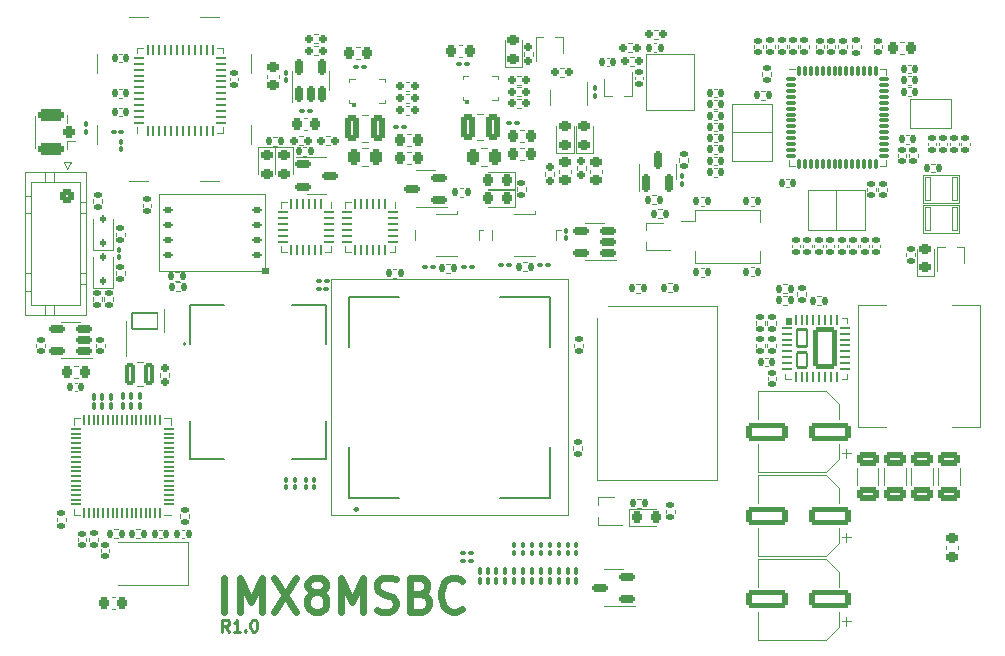
<source format=gbr>
%TF.GenerationSoftware,KiCad,Pcbnew,7.99.0-3958-g1df84f4d92*%
%TF.CreationDate,2023-12-24T00:45:37+01:00*%
%TF.ProjectId,SBC,5342432e-6b69-4636-9164-5f7063625858,rev?*%
%TF.SameCoordinates,Original*%
%TF.FileFunction,Legend,Top*%
%TF.FilePolarity,Positive*%
%FSLAX46Y46*%
G04 Gerber Fmt 4.6, Leading zero omitted, Abs format (unit mm)*
G04 Created by KiCad (PCBNEW 7.99.0-3958-g1df84f4d92) date 2023-12-24 00:45:37*
%MOMM*%
%LPD*%
G01*
G04 APERTURE LIST*
G04 Aperture macros list*
%AMRoundRect*
0 Rectangle with rounded corners*
0 $1 Rounding radius*
0 $2 $3 $4 $5 $6 $7 $8 $9 X,Y pos of 4 corners*
0 Add a 4 corners polygon primitive as box body*
4,1,4,$2,$3,$4,$5,$6,$7,$8,$9,$2,$3,0*
0 Add four circle primitives for the rounded corners*
1,1,$1+$1,$2,$3*
1,1,$1+$1,$4,$5*
1,1,$1+$1,$6,$7*
1,1,$1+$1,$8,$9*
0 Add four rect primitives between the rounded corners*
20,1,$1+$1,$2,$3,$4,$5,0*
20,1,$1+$1,$4,$5,$6,$7,0*
20,1,$1+$1,$6,$7,$8,$9,0*
20,1,$1+$1,$8,$9,$2,$3,0*%
G04 Aperture macros list end*
%ADD10C,0.250000*%
%ADD11C,0.600000*%
%ADD12C,0.120000*%
%ADD13C,0.100000*%
%ADD14C,0.127000*%
%ADD15C,0.200000*%
%ADD16C,0.240000*%
%ADD17C,1.000000*%
%ADD18RoundRect,0.218750X0.256250X-0.218750X0.256250X0.218750X-0.256250X0.218750X-0.256250X-0.218750X0*%
%ADD19RoundRect,0.135000X0.135000X0.185000X-0.135000X0.185000X-0.135000X-0.185000X0.135000X-0.185000X0*%
%ADD20RoundRect,0.135000X0.185000X-0.135000X0.185000X0.135000X-0.185000X0.135000X-0.185000X-0.135000X0*%
%ADD21RoundRect,0.250000X-0.350000X0.350000X-0.350000X-0.350000X0.350000X-0.350000X0.350000X0.350000X0*%
%ADD22C,1.200000*%
%ADD23RoundRect,0.125000X0.262500X0.125000X-0.262500X0.125000X-0.262500X-0.125000X0.262500X-0.125000X0*%
%ADD24R,4.700000X4.600000*%
%ADD25RoundRect,0.150000X0.512500X0.150000X-0.512500X0.150000X-0.512500X-0.150000X0.512500X-0.150000X0*%
%ADD26RoundRect,0.140000X-0.170000X0.140000X-0.170000X-0.140000X0.170000X-0.140000X0.170000X0.140000X0*%
%ADD27RoundRect,0.140000X0.140000X0.170000X-0.140000X0.170000X-0.140000X-0.170000X0.140000X-0.170000X0*%
%ADD28RoundRect,0.160000X-0.160000X0.197500X-0.160000X-0.197500X0.160000X-0.197500X0.160000X0.197500X0*%
%ADD29RoundRect,0.135000X-0.135000X-0.185000X0.135000X-0.185000X0.135000X0.185000X-0.135000X0.185000X0*%
%ADD30R,0.250000X0.700000*%
%ADD31R,0.900000X0.250000*%
%ADD32R,0.400000X1.250000*%
%ADD33R,0.250000X0.400000*%
%ADD34RoundRect,0.100000X-0.100000X0.217500X-0.100000X-0.217500X0.100000X-0.217500X0.100000X0.217500X0*%
%ADD35RoundRect,0.160000X-0.197500X-0.160000X0.197500X-0.160000X0.197500X0.160000X-0.197500X0.160000X0*%
%ADD36RoundRect,0.140000X0.170000X-0.140000X0.170000X0.140000X-0.170000X0.140000X-0.170000X-0.140000X0*%
%ADD37RoundRect,0.100000X-0.100000X0.130000X-0.100000X-0.130000X0.100000X-0.130000X0.100000X0.130000X0*%
%ADD38RoundRect,0.062500X0.062500X-0.337500X0.062500X0.337500X-0.062500X0.337500X-0.062500X-0.337500X0*%
%ADD39RoundRect,0.062500X0.337500X-0.062500X0.337500X0.062500X-0.337500X0.062500X-0.337500X-0.062500X0*%
%ADD40R,5.300000X5.300000*%
%ADD41R,2.000000X1.100000*%
%ADD42RoundRect,0.140000X-0.140000X-0.170000X0.140000X-0.170000X0.140000X0.170000X-0.140000X0.170000X0*%
%ADD43RoundRect,0.062500X-0.375000X-0.062500X0.375000X-0.062500X0.375000X0.062500X-0.375000X0.062500X0*%
%ADD44RoundRect,0.062500X-0.062500X-0.375000X0.062500X-0.375000X0.062500X0.375000X-0.062500X0.375000X0*%
%ADD45RoundRect,0.106599X0.418401X0.723401X-0.418401X0.723401X-0.418401X-0.723401X0.418401X-0.723401X0*%
%ADD46RoundRect,0.106599X0.418401X0.633401X-0.418401X0.633401X-0.418401X-0.633401X0.418401X-0.633401X0*%
%ADD47RoundRect,0.200000X0.785000X-1.540000X0.785000X1.540000X-0.785000X1.540000X-0.785000X-1.540000X0*%
%ADD48RoundRect,0.100000X-0.130000X-0.100000X0.130000X-0.100000X0.130000X0.100000X-0.130000X0.100000X0*%
%ADD49C,0.270000*%
%ADD50RoundRect,0.100000X0.100000X-0.130000X0.100000X0.130000X-0.100000X0.130000X-0.100000X-0.130000X0*%
%ADD51R,1.000000X1.000000*%
%ADD52R,1.000000X2.130000*%
%ADD53R,1.000000X3.800000*%
%ADD54R,1.650000X1.000000*%
%ADD55R,3.800000X1.000000*%
%ADD56RoundRect,0.225000X-0.225000X-0.250000X0.225000X-0.250000X0.225000X0.250000X-0.225000X0.250000X0*%
%ADD57RoundRect,0.160000X0.197500X0.160000X-0.197500X0.160000X-0.197500X-0.160000X0.197500X-0.160000X0*%
%ADD58RoundRect,0.135000X-0.185000X0.135000X-0.185000X-0.135000X0.185000X-0.135000X0.185000X0.135000X0*%
%ADD59RoundRect,0.250000X-0.650000X0.325000X-0.650000X-0.325000X0.650000X-0.325000X0.650000X0.325000X0*%
%ADD60RoundRect,0.218750X0.218750X0.256250X-0.218750X0.256250X-0.218750X-0.256250X0.218750X-0.256250X0*%
%ADD61R,1.100000X2.000000*%
%ADD62RoundRect,0.100000X0.100000X-0.217500X0.100000X0.217500X-0.100000X0.217500X-0.100000X-0.217500X0*%
%ADD63RoundRect,0.062500X-0.062500X0.375000X-0.062500X-0.375000X0.062500X-0.375000X0.062500X0.375000X0*%
%ADD64RoundRect,0.062500X-0.375000X0.062500X-0.375000X-0.062500X0.375000X-0.062500X0.375000X0.062500X0*%
%ADD65R,2.500000X2.500000*%
%ADD66RoundRect,0.225000X0.225000X0.250000X-0.225000X0.250000X-0.225000X-0.250000X0.225000X-0.250000X0*%
%ADD67RoundRect,0.250000X1.500000X0.550000X-1.500000X0.550000X-1.500000X-0.550000X1.500000X-0.550000X0*%
%ADD68R,0.450000X0.700000*%
%ADD69RoundRect,0.218750X-0.218750X-0.256250X0.218750X-0.256250X0.218750X0.256250X-0.218750X0.256250X0*%
%ADD70O,0.200000X0.350000*%
%ADD71O,0.350000X0.200000*%
%ADD72C,0.350000*%
%ADD73RoundRect,0.100000X0.130000X0.100000X-0.130000X0.100000X-0.130000X-0.100000X0.130000X-0.100000X0*%
%ADD74R,0.700000X0.450000*%
%ADD75RoundRect,0.225000X0.250000X-0.225000X0.250000X0.225000X-0.250000X0.225000X-0.250000X-0.225000X0*%
%ADD76R,0.450000X1.450000*%
%ADD77C,0.300000*%
%ADD78RoundRect,0.076200X1.066800X0.685800X-1.066800X0.685800X-1.066800X-0.685800X1.066800X-0.685800X0*%
%ADD79C,3.100000*%
%ADD80C,4.700000*%
%ADD81RoundRect,0.100000X-0.162635X0.021213X0.021213X-0.162635X0.162635X-0.021213X-0.021213X0.162635X0*%
%ADD82RoundRect,0.173913X-0.226087X-0.726087X0.226087X-0.726087X0.226087X0.726087X-0.226087X0.726087X0*%
%ADD83RoundRect,0.025000X-0.225000X-0.975000X0.225000X-0.975000X0.225000X0.975000X-0.225000X0.975000X0*%
%ADD84RoundRect,0.112500X0.112500X-0.187500X0.112500X0.187500X-0.112500X0.187500X-0.112500X-0.187500X0*%
%ADD85R,4.950000X3.175000*%
%ADD86C,0.330200*%
%ADD87RoundRect,0.067500X-0.357500X-0.067500X0.357500X-0.067500X0.357500X0.067500X-0.357500X0.067500X0*%
%ADD88RoundRect,0.067500X-0.067500X0.357500X-0.067500X-0.357500X0.067500X-0.357500X0.067500X0.357500X0*%
%ADD89R,5.060000X5.200000*%
%ADD90RoundRect,0.250000X0.262500X0.450000X-0.262500X0.450000X-0.262500X-0.450000X0.262500X-0.450000X0*%
%ADD91R,0.405000X0.990000*%
%ADD92R,2.235000X1.725000*%
%ADD93R,0.406250X0.760000*%
%ADD94R,1.900000X2.400000*%
%ADD95RoundRect,0.050000X0.362500X0.050000X-0.362500X0.050000X-0.362500X-0.050000X0.362500X-0.050000X0*%
%ADD96RoundRect,0.050000X0.050000X0.362500X-0.050000X0.362500X-0.050000X-0.362500X0.050000X-0.362500X0*%
%ADD97R,5.200000X5.200000*%
%ADD98RoundRect,0.218750X-0.256250X0.218750X-0.256250X-0.218750X0.256250X-0.218750X0.256250X0.218750X0*%
%ADD99R,2.650000X0.760000*%
%ADD100RoundRect,0.250000X-0.375000X-0.850000X0.375000X-0.850000X0.375000X0.850000X-0.375000X0.850000X0*%
%ADD101R,1.000000X0.700000*%
%ADD102R,0.600000X0.700000*%
%ADD103R,1.800000X1.200000*%
%ADD104RoundRect,0.250000X0.275000X0.250000X-0.275000X0.250000X-0.275000X-0.250000X0.275000X-0.250000X0*%
%ADD105RoundRect,0.250000X0.850000X0.275000X-0.850000X0.275000X-0.850000X-0.275000X0.850000X-0.275000X0*%
%ADD106RoundRect,0.225000X-0.250000X0.225000X-0.250000X-0.225000X0.250000X-0.225000X0.250000X0.225000X0*%
%ADD107RoundRect,0.150000X0.150000X-0.512500X0.150000X0.512500X-0.150000X0.512500X-0.150000X-0.512500X0*%
%ADD108RoundRect,0.150000X-0.512500X-0.150000X0.512500X-0.150000X0.512500X0.150000X-0.512500X0.150000X0*%
%ADD109RoundRect,0.150000X0.150000X-0.587500X0.150000X0.587500X-0.150000X0.587500X-0.150000X-0.587500X0*%
%ADD110C,1.600000*%
%ADD111C,0.900000*%
G04 APERTURE END LIST*
D10*
X14814647Y-2451019D02*
X14481314Y-1974828D01*
X14243219Y-2451019D02*
X14243219Y-1451019D01*
X14243219Y-1451019D02*
X14624171Y-1451019D01*
X14624171Y-1451019D02*
X14719409Y-1498638D01*
X14719409Y-1498638D02*
X14767028Y-1546257D01*
X14767028Y-1546257D02*
X14814647Y-1641495D01*
X14814647Y-1641495D02*
X14814647Y-1784352D01*
X14814647Y-1784352D02*
X14767028Y-1879590D01*
X14767028Y-1879590D02*
X14719409Y-1927209D01*
X14719409Y-1927209D02*
X14624171Y-1974828D01*
X14624171Y-1974828D02*
X14243219Y-1974828D01*
X15767028Y-2451019D02*
X15195600Y-2451019D01*
X15481314Y-2451019D02*
X15481314Y-1451019D01*
X15481314Y-1451019D02*
X15386076Y-1593876D01*
X15386076Y-1593876D02*
X15290838Y-1689114D01*
X15290838Y-1689114D02*
X15195600Y-1736733D01*
X16195600Y-2355780D02*
X16243219Y-2403400D01*
X16243219Y-2403400D02*
X16195600Y-2451019D01*
X16195600Y-2451019D02*
X16147981Y-2403400D01*
X16147981Y-2403400D02*
X16195600Y-2355780D01*
X16195600Y-2355780D02*
X16195600Y-2451019D01*
X16862266Y-1451019D02*
X16957504Y-1451019D01*
X16957504Y-1451019D02*
X17052742Y-1498638D01*
X17052742Y-1498638D02*
X17100361Y-1546257D01*
X17100361Y-1546257D02*
X17147980Y-1641495D01*
X17147980Y-1641495D02*
X17195599Y-1831971D01*
X17195599Y-1831971D02*
X17195599Y-2070066D01*
X17195599Y-2070066D02*
X17147980Y-2260542D01*
X17147980Y-2260542D02*
X17100361Y-2355780D01*
X17100361Y-2355780D02*
X17052742Y-2403400D01*
X17052742Y-2403400D02*
X16957504Y-2451019D01*
X16957504Y-2451019D02*
X16862266Y-2451019D01*
X16862266Y-2451019D02*
X16767028Y-2403400D01*
X16767028Y-2403400D02*
X16719409Y-2355780D01*
X16719409Y-2355780D02*
X16671790Y-2260542D01*
X16671790Y-2260542D02*
X16624171Y-2070066D01*
X16624171Y-2070066D02*
X16624171Y-1831971D01*
X16624171Y-1831971D02*
X16671790Y-1641495D01*
X16671790Y-1641495D02*
X16719409Y-1546257D01*
X16719409Y-1546257D02*
X16767028Y-1498638D01*
X16767028Y-1498638D02*
X16862266Y-1451019D01*
D11*
X14382399Y-777895D02*
X14382399Y2122105D01*
X15715732Y-777895D02*
X15715732Y2122105D01*
X15715732Y2122105D02*
X16649066Y50677D01*
X16649066Y50677D02*
X17582399Y2122105D01*
X17582399Y2122105D02*
X17582399Y-777895D01*
X18649066Y2122105D02*
X20515732Y-777895D01*
X20515732Y2122105D02*
X18649066Y-777895D01*
X21982399Y879248D02*
X21715733Y1017343D01*
X21715733Y1017343D02*
X21582399Y1155439D01*
X21582399Y1155439D02*
X21449066Y1431629D01*
X21449066Y1431629D02*
X21449066Y1569724D01*
X21449066Y1569724D02*
X21582399Y1845915D01*
X21582399Y1845915D02*
X21715733Y1984010D01*
X21715733Y1984010D02*
X21982399Y2122105D01*
X21982399Y2122105D02*
X22515733Y2122105D01*
X22515733Y2122105D02*
X22782399Y1984010D01*
X22782399Y1984010D02*
X22915733Y1845915D01*
X22915733Y1845915D02*
X23049066Y1569724D01*
X23049066Y1569724D02*
X23049066Y1431629D01*
X23049066Y1431629D02*
X22915733Y1155439D01*
X22915733Y1155439D02*
X22782399Y1017343D01*
X22782399Y1017343D02*
X22515733Y879248D01*
X22515733Y879248D02*
X21982399Y879248D01*
X21982399Y879248D02*
X21715733Y741153D01*
X21715733Y741153D02*
X21582399Y603058D01*
X21582399Y603058D02*
X21449066Y326867D01*
X21449066Y326867D02*
X21449066Y-225514D01*
X21449066Y-225514D02*
X21582399Y-501704D01*
X21582399Y-501704D02*
X21715733Y-639800D01*
X21715733Y-639800D02*
X21982399Y-777895D01*
X21982399Y-777895D02*
X22515733Y-777895D01*
X22515733Y-777895D02*
X22782399Y-639800D01*
X22782399Y-639800D02*
X22915733Y-501704D01*
X22915733Y-501704D02*
X23049066Y-225514D01*
X23049066Y-225514D02*
X23049066Y326867D01*
X23049066Y326867D02*
X22915733Y603058D01*
X22915733Y603058D02*
X22782399Y741153D01*
X22782399Y741153D02*
X22515733Y879248D01*
X24249066Y-777895D02*
X24249066Y2122105D01*
X24249066Y2122105D02*
X25182400Y50677D01*
X25182400Y50677D02*
X26115733Y2122105D01*
X26115733Y2122105D02*
X26115733Y-777895D01*
X27315733Y-639800D02*
X27715733Y-777895D01*
X27715733Y-777895D02*
X28382400Y-777895D01*
X28382400Y-777895D02*
X28649066Y-639800D01*
X28649066Y-639800D02*
X28782400Y-501704D01*
X28782400Y-501704D02*
X28915733Y-225514D01*
X28915733Y-225514D02*
X28915733Y50677D01*
X28915733Y50677D02*
X28782400Y326867D01*
X28782400Y326867D02*
X28649066Y464962D01*
X28649066Y464962D02*
X28382400Y603058D01*
X28382400Y603058D02*
X27849066Y741153D01*
X27849066Y741153D02*
X27582400Y879248D01*
X27582400Y879248D02*
X27449066Y1017343D01*
X27449066Y1017343D02*
X27315733Y1293534D01*
X27315733Y1293534D02*
X27315733Y1569724D01*
X27315733Y1569724D02*
X27449066Y1845915D01*
X27449066Y1845915D02*
X27582400Y1984010D01*
X27582400Y1984010D02*
X27849066Y2122105D01*
X27849066Y2122105D02*
X28515733Y2122105D01*
X28515733Y2122105D02*
X28915733Y1984010D01*
X31049067Y741153D02*
X31449067Y603058D01*
X31449067Y603058D02*
X31582400Y464962D01*
X31582400Y464962D02*
X31715733Y188772D01*
X31715733Y188772D02*
X31715733Y-225514D01*
X31715733Y-225514D02*
X31582400Y-501704D01*
X31582400Y-501704D02*
X31449067Y-639800D01*
X31449067Y-639800D02*
X31182400Y-777895D01*
X31182400Y-777895D02*
X30115733Y-777895D01*
X30115733Y-777895D02*
X30115733Y2122105D01*
X30115733Y2122105D02*
X31049067Y2122105D01*
X31049067Y2122105D02*
X31315733Y1984010D01*
X31315733Y1984010D02*
X31449067Y1845915D01*
X31449067Y1845915D02*
X31582400Y1569724D01*
X31582400Y1569724D02*
X31582400Y1293534D01*
X31582400Y1293534D02*
X31449067Y1017343D01*
X31449067Y1017343D02*
X31315733Y879248D01*
X31315733Y879248D02*
X31049067Y741153D01*
X31049067Y741153D02*
X30115733Y741153D01*
X34515733Y-501704D02*
X34382400Y-639800D01*
X34382400Y-639800D02*
X33982400Y-777895D01*
X33982400Y-777895D02*
X33715733Y-777895D01*
X33715733Y-777895D02*
X33315733Y-639800D01*
X33315733Y-639800D02*
X33049067Y-363609D01*
X33049067Y-363609D02*
X32915733Y-87419D01*
X32915733Y-87419D02*
X32782400Y464962D01*
X32782400Y464962D02*
X32782400Y879248D01*
X32782400Y879248D02*
X32915733Y1431629D01*
X32915733Y1431629D02*
X33049067Y1707820D01*
X33049067Y1707820D02*
X33315733Y1984010D01*
X33315733Y1984010D02*
X33715733Y2122105D01*
X33715733Y2122105D02*
X33982400Y2122105D01*
X33982400Y2122105D02*
X34382400Y1984010D01*
X34382400Y1984010D02*
X34515733Y1845915D01*
D12*
%TO.C,D4*%
X42509000Y40370000D02*
X42509000Y38085000D01*
X42509000Y38085000D02*
X43979000Y38085000D01*
X43979000Y38085000D02*
X43979000Y40370000D01*
%TO.C,R84*%
X34643241Y35106200D02*
X34335959Y35106200D01*
X34643241Y34346200D02*
X34335959Y34346200D01*
%TO.C,R107*%
X202600Y6886559D02*
X202600Y7193841D01*
X962600Y6886559D02*
X962600Y7193841D01*
%TO.C,J3*%
X-2498000Y36487000D02*
X-2498000Y24367000D01*
X-2498000Y34457000D02*
X-1988000Y34457000D01*
X-2498000Y32957000D02*
X-1988000Y32957000D01*
X-2498000Y27897000D02*
X-1988000Y27897000D01*
X-2498000Y26397000D02*
X-1988000Y26397000D01*
X-2498000Y24367000D02*
X2722000Y24367000D01*
X-1988000Y35627000D02*
X-1988000Y25227000D01*
X-1988000Y25227000D02*
X2212000Y25227000D01*
X-788000Y36487000D02*
X-788000Y35627000D01*
X-788000Y24367000D02*
X-788000Y25227000D01*
X12000Y36487000D02*
X12000Y35627000D01*
X12000Y24367000D02*
X12000Y25227000D01*
X812000Y37287000D02*
X1412000Y37287000D01*
X1112000Y36687000D02*
X812000Y37287000D01*
X1412000Y37287000D02*
X1112000Y36687000D01*
X2212000Y35627000D02*
X-1988000Y35627000D01*
X2212000Y25227000D02*
X2212000Y35627000D01*
X2722000Y36487000D02*
X-2498000Y36487000D01*
X2722000Y33897000D02*
X2212000Y33897000D01*
X2722000Y32957000D02*
X2212000Y32957000D01*
X2722000Y27897000D02*
X2212000Y27897000D01*
X2722000Y26957000D02*
X2212000Y26957000D01*
X2722000Y24367000D02*
X2722000Y36487000D01*
%TO.C,U14*%
X17887200Y28120700D02*
X8887200Y28120700D01*
X8887200Y34620700D01*
X17887200Y34620700D01*
X17887200Y28120700D01*
X18137200Y27870700D02*
X17637200Y27870700D01*
X17637200Y28370700D01*
X18137200Y28370700D01*
X18137200Y27870700D01*
G36*
X18137200Y27870700D02*
G01*
X17637200Y27870700D01*
X17637200Y28370700D01*
X18137200Y28370700D01*
X18137200Y27870700D01*
G37*
%TO.C,U10*%
X45784000Y32104000D02*
X44984000Y32104000D01*
X45784000Y32104000D02*
X46584000Y32104000D01*
X45784000Y28984000D02*
X44984000Y28984000D01*
X45784000Y28984000D02*
X47584000Y28984000D01*
%TO.C,R77*%
X49671541Y8809600D02*
X49364259Y8809600D01*
X49671541Y8049600D02*
X49364259Y8049600D01*
%TO.C,C17*%
X60417981Y19102822D02*
X60417981Y18887150D01*
X61137981Y19102822D02*
X61137981Y18887150D01*
%TO.C,C60*%
X62182355Y35874614D02*
X61966683Y35874614D01*
X62182355Y35154614D02*
X61966683Y35154614D01*
%TO.C,R3*%
X60372981Y23546345D02*
X60372981Y23853627D01*
X61132981Y23546345D02*
X61132981Y23853627D01*
%TO.C,C327*%
X3957019Y4522450D02*
X3957019Y4306778D01*
X4677019Y4522450D02*
X4677019Y4306778D01*
%TO.C,R31*%
X44261000Y36946621D02*
X44261000Y36611379D01*
X45021000Y36946621D02*
X45021000Y36611379D01*
%TO.C,R86*%
X10308359Y27107000D02*
X10615641Y27107000D01*
X10308359Y26347000D02*
X10615641Y26347000D01*
%TO.C,C54*%
X56085817Y36792487D02*
X55870145Y36792487D01*
X56085817Y36072487D02*
X55870145Y36072487D01*
%TO.C,C317*%
X1994519Y5459950D02*
X1994519Y5244278D01*
X2714519Y5459950D02*
X2714519Y5244278D01*
%TO.C,C34*%
X67317981Y30295322D02*
X67317981Y30079650D01*
X68037981Y30295322D02*
X68037981Y30079650D01*
%TO.C,D5*%
X73014400Y29981400D02*
X73014400Y27696400D01*
X73014400Y27696400D02*
X74484400Y27696400D01*
X74484400Y27696400D02*
X74484400Y29981400D01*
%TO.C,U5*%
X24987000Y44325000D02*
X25487000Y44325000D01*
X24987000Y44075000D02*
X24987000Y44325000D01*
X24987000Y42575000D02*
X24987000Y42325000D01*
X24987000Y42325000D02*
X25487000Y42325000D01*
X27487000Y42325000D02*
X27987000Y42325000D01*
X27987000Y44325000D02*
X27487000Y44325000D01*
X27987000Y44075000D02*
X27987000Y44325000D01*
X27987000Y42325000D02*
X27987000Y42575000D01*
X25237000Y42075000D02*
X25487000Y42075000D01*
X25487000Y42325000D01*
X25237000Y42325000D01*
X25237000Y42075000D01*
G36*
X25237000Y42075000D02*
G01*
X25487000Y42075000D01*
X25487000Y42325000D01*
X25237000Y42325000D01*
X25237000Y42075000D01*
G37*
%TO.C,R109*%
X5370660Y6194614D02*
X5063378Y6194614D01*
X5370660Y5434614D02*
X5063378Y5434614D01*
%TO.C,R23*%
X21994379Y47107000D02*
X22329621Y47107000D01*
X21994379Y46347000D02*
X22329621Y46347000D01*
%TO.C,R90*%
X3294519Y33841373D02*
X3294519Y34148655D01*
X4054519Y33841373D02*
X4054519Y34148655D01*
%TO.C,C63*%
X49167519Y44309178D02*
X49167519Y44524850D01*
X49887519Y44309178D02*
X49887519Y44524850D01*
%TO.C,R9*%
X67512981Y46931345D02*
X67512981Y47238627D01*
X68272981Y46931345D02*
X68272981Y47238627D01*
%TO.C,C39*%
X68267981Y30295322D02*
X68267981Y30079650D01*
X68987981Y30295322D02*
X68987981Y30079650D01*
%TO.C,U19*%
X7052000Y46987000D02*
X7527000Y46987000D01*
X7052000Y46512000D02*
X7052000Y46987000D01*
X7052000Y40242000D02*
X7052000Y39767000D01*
X14272000Y46987000D02*
X13797000Y46987000D01*
X14272000Y46512000D02*
X14272000Y46987000D01*
X14272000Y40242000D02*
X14272000Y39767000D01*
X14272000Y39767000D02*
X13797000Y39767000D01*
%TO.C,C38*%
X75854519Y38942450D02*
X75854519Y38726778D01*
X76574519Y38942450D02*
X76574519Y38726778D01*
%TO.C,C59*%
X68830481Y35082822D02*
X68830481Y34867150D01*
X69550481Y35082822D02*
X69550481Y34867150D01*
%TO.C,L5*%
X63827981Y31569986D02*
X66227981Y31569986D01*
X66227981Y34969986D01*
X63827981Y34969986D01*
X63827981Y31569986D01*
%TO.C,C62*%
X72312645Y43634986D02*
X72528317Y43634986D01*
X72312645Y42914986D02*
X72528317Y42914986D01*
%TO.C,U2*%
X61917981Y18914986D02*
X61917981Y19389986D01*
X62392981Y18914986D02*
X61917981Y18914986D01*
X66662981Y24134986D02*
X67137981Y24134986D01*
X66662981Y18914986D02*
X67137981Y18914986D01*
X67137981Y24134986D02*
X67137981Y23659986D01*
X67137981Y18914986D02*
X67137981Y19389986D01*
D13*
X61927981Y24124986D02*
X62427981Y24124986D01*
X62427981Y23624986D01*
X61927981Y23624986D01*
X61927981Y24124986D01*
G36*
X61927981Y24124986D02*
G01*
X62427981Y24124986D01*
X62427981Y23624986D01*
X61927981Y23624986D01*
X61927981Y24124986D01*
G37*
D12*
%TO.C,C1*%
X60435817Y20734986D02*
X60220145Y20734986D01*
X60435817Y20014986D02*
X60220145Y20014986D01*
%TO.C,R1*%
X60372981Y21621345D02*
X60372981Y21928627D01*
X61132981Y21621345D02*
X61132981Y21928627D01*
%TO.C,U12*%
X45919519Y10354614D02*
X45919519Y24074614D01*
X46919519Y25074614D02*
X56139519Y25074614D01*
X56139519Y25074614D02*
X56139519Y10354614D01*
X56139519Y10354614D02*
X45919519Y10354614D01*
%TO.C,J2*%
X3629000Y46440000D02*
X3629000Y44840000D01*
X3629000Y40440000D02*
X3629000Y38840000D01*
X6329000Y49620000D02*
X7929000Y49620000D01*
X6329000Y35660000D02*
X7929000Y35660000D01*
X12329000Y49620000D02*
X13929000Y49620000D01*
X12329000Y35660000D02*
X13929000Y35660000D01*
X16629000Y46440000D02*
X16629000Y44840000D01*
X16629000Y40440000D02*
X16629000Y38840000D01*
%TO.C,C316*%
X5719836Y43487000D02*
X5504164Y43487000D01*
X5719836Y42767000D02*
X5504164Y42767000D01*
%TO.C,C75*%
X29902420Y38120000D02*
X30183580Y38120000D01*
X29902420Y37100000D02*
X30183580Y37100000D01*
%TO.C,R17*%
X49095140Y46197014D02*
X48759898Y46197014D01*
X49095140Y45437014D02*
X48759898Y45437014D01*
%TO.C,R14*%
X62197981Y47253627D02*
X62197981Y46946345D01*
X62957981Y47253627D02*
X62957981Y46946345D01*
%TO.C,C46*%
X67967981Y11411238D02*
X67967981Y9988734D01*
X69787981Y11411238D02*
X69787981Y9988734D01*
%TO.C,R67*%
X49581160Y27000814D02*
X49273878Y27000814D01*
X49581160Y26240814D02*
X49273878Y26240814D01*
%TO.C,D8*%
X36739600Y33508600D02*
X39024600Y33508600D01*
X39024600Y34978600D02*
X36739600Y34978600D01*
X39024600Y33508600D02*
X39024600Y34978600D01*
%TO.C,R7*%
X62930000Y26278041D02*
X62930000Y25970759D01*
X63690000Y26278041D02*
X63690000Y25970759D01*
%TO.C,L1*%
X57352981Y42219986D02*
X60752981Y42219986D01*
X60752981Y39819986D01*
X57352981Y39819986D01*
X57352981Y42219986D01*
%TO.C,U15*%
X24650000Y33899800D02*
X25125000Y33899800D01*
X24650000Y33424800D02*
X24650000Y33899800D01*
X24650000Y30154800D02*
X24650000Y29679800D01*
X24650000Y29679800D02*
X25125000Y29679800D01*
X28870000Y33424800D02*
X28870000Y33899800D01*
X28870000Y30154800D02*
X28870000Y29679800D01*
X28870000Y29679800D02*
X28395000Y29679800D01*
%TO.C,R89*%
X18879041Y39450700D02*
X18571759Y39450700D01*
X18879041Y38690700D02*
X18571759Y38690700D01*
%TO.C,C287*%
X71915580Y47510000D02*
X71634420Y47510000D01*
X71915580Y46490000D02*
X71634420Y46490000D01*
%TO.C,R59*%
X52920000Y37653641D02*
X52920000Y37346359D01*
X53680000Y37653641D02*
X53680000Y37346359D01*
%TO.C,C49*%
X56085817Y38729153D02*
X55870145Y38729153D01*
X56085817Y38009153D02*
X55870145Y38009153D01*
%TO.C,R10*%
X61247981Y46946345D02*
X61247981Y47253627D01*
X62007981Y46946345D02*
X62007981Y47253627D01*
%TO.C,C20*%
X59617981Y10784986D02*
X59617981Y8434986D01*
X59617981Y3964986D02*
X59617981Y6314986D01*
X65373544Y10784986D02*
X59617981Y10784986D01*
X65373544Y3964986D02*
X59617981Y3964986D01*
X66437981Y9720549D02*
X65373544Y10784986D01*
X66437981Y9720549D02*
X66437981Y8434986D01*
X66437981Y5029423D02*
X65373544Y3964986D01*
X66437981Y5029423D02*
X66437981Y6314986D01*
X67071731Y5133736D02*
X67071731Y5921236D01*
X67465481Y5527486D02*
X66677981Y5527486D01*
%TO.C,C85*%
X39481225Y38470800D02*
X39762385Y38470800D01*
X39481225Y37450800D02*
X39762385Y37450800D01*
%TO.C,L4*%
X75902981Y40219986D02*
X72502981Y40219986D01*
X72502981Y42619986D01*
X75902981Y42619986D01*
X75902981Y40219986D01*
%TO.C,C44*%
X56085817Y39697486D02*
X55870145Y39697486D01*
X56085817Y38977486D02*
X55870145Y38977486D01*
%TO.C,C73*%
X21163420Y41021500D02*
X21444580Y41021500D01*
X21163420Y40001500D02*
X21444580Y40001500D01*
%TO.C,D7*%
X36739600Y35007200D02*
X39024600Y35007200D01*
X39024600Y36477200D02*
X36739600Y36477200D01*
X39024600Y35007200D02*
X39024600Y36477200D01*
%TO.C,Q3*%
X40756286Y47927919D02*
X40756286Y45897919D01*
X40756286Y47927919D02*
X41416286Y47927919D01*
X42416286Y47927919D02*
X43076286Y47927919D01*
X43076286Y46517919D02*
X43076286Y47927919D01*
%TO.C,C53*%
X69780481Y35082822D02*
X69780481Y34867150D01*
X70500481Y35082822D02*
X70500481Y34867150D01*
%TO.C,C315*%
X5719836Y41887000D02*
X5504164Y41887000D01*
X5719836Y41167000D02*
X5504164Y41167000D01*
%TO.C,C26*%
X66392981Y47207822D02*
X66392981Y46992150D01*
X67112981Y47207822D02*
X67112981Y46992150D01*
%TO.C,FB8*%
X1691740Y20062114D02*
X2017298Y20062114D01*
X1691740Y19042114D02*
X2017298Y19042114D01*
%TO.C,R25*%
X30083621Y42054000D02*
X29748379Y42054000D01*
X30083621Y41294000D02*
X29748379Y41294000D01*
%TO.C,C64*%
X3544519Y21658716D02*
X3544519Y21874388D01*
X4264519Y21658716D02*
X4264519Y21874388D01*
%TO.C,R79*%
X54725559Y34362000D02*
X55032841Y34362000D01*
X54725559Y33602000D02*
X55032841Y33602000D01*
%TO.C,L2*%
X57352981Y39819986D02*
X60752981Y39819986D01*
X60752981Y37419986D01*
X57352981Y37419986D01*
X57352981Y39819986D01*
%TO.C,C76*%
X25584420Y47010000D02*
X25865580Y47010000D01*
X25584420Y45990000D02*
X25865580Y45990000D01*
D14*
%TO.C,U13*%
X11534519Y25170014D02*
X11534519Y21920014D01*
X11534519Y25170014D02*
X14409519Y25170014D01*
X11534519Y12170014D02*
X11534519Y15420014D01*
X11534519Y12170014D02*
X14409519Y12170014D01*
X23034519Y25170014D02*
X20159519Y25170014D01*
X23034519Y25170014D02*
X23034519Y21920014D01*
X23034519Y12170014D02*
X20159519Y12170014D01*
X23034519Y12170014D02*
X23034519Y15420014D01*
D15*
X11134519Y21920014D02*
G75*
G02*
X10934519Y21920014I-100000J0D01*
G01*
X10934519Y21920014D02*
G75*
G02*
X11134519Y21920014I100000J0D01*
G01*
D12*
%TO.C,R12*%
X60247981Y47253627D02*
X60247981Y46946345D01*
X61007981Y47253627D02*
X61007981Y46946345D01*
%TO.C,R19*%
X22991879Y39507000D02*
X23327121Y39507000D01*
X22991879Y38747000D02*
X23327121Y38747000D01*
%TO.C,C77*%
X29902420Y39644000D02*
X30183580Y39644000D01*
X29902420Y38624000D02*
X30183580Y38624000D01*
%TO.C,C27*%
X59617981Y17884986D02*
X59617981Y15534986D01*
X59617981Y11064986D02*
X59617981Y13414986D01*
X65373544Y17884986D02*
X59617981Y17884986D01*
X65373544Y11064986D02*
X59617981Y11064986D01*
X66437981Y16820549D02*
X65373544Y17884986D01*
X66437981Y16820549D02*
X66437981Y15534986D01*
X66437981Y12129423D02*
X65373544Y11064986D01*
X66437981Y12129423D02*
X66437981Y13414986D01*
X67071731Y12233736D02*
X67071731Y13021236D01*
X67465481Y12627486D02*
X66677981Y12627486D01*
%TO.C,R75*%
X72124800Y29307159D02*
X72124800Y29614441D01*
X72884800Y29307159D02*
X72884800Y29614441D01*
%TO.C,R2*%
X59422981Y21621345D02*
X59422981Y21928627D01*
X60182981Y21621345D02*
X60182981Y21928627D01*
%TO.C,R78*%
X58963359Y34362000D02*
X59270641Y34362000D01*
X58963359Y33602000D02*
X59270641Y33602000D01*
%TO.C,L3*%
X66227981Y31569986D02*
X68627981Y31569986D01*
X68627981Y34969986D01*
X66227981Y34969986D01*
X66227981Y31569986D01*
%TO.C,Q7*%
X50099200Y31525200D02*
X50099200Y32185200D01*
X50099200Y29865200D02*
X50099200Y30525200D01*
X50099200Y29865200D02*
X52129200Y29865200D01*
X51509200Y32185200D02*
X50099200Y32185200D01*
%TO.C,C50*%
X56085817Y41597486D02*
X55870145Y41597486D01*
X56085817Y40877486D02*
X55870145Y40877486D01*
%TO.C,C80*%
X45401000Y36381420D02*
X45401000Y36662580D01*
X46421000Y36381420D02*
X46421000Y36662580D01*
%TO.C,U6*%
X6065800Y23886000D02*
X6065800Y20886000D01*
X9305800Y24886000D02*
X9305800Y22886000D01*
%TO.C,R35*%
X28673759Y28248200D02*
X28981041Y28248200D01*
X28673759Y27488200D02*
X28981041Y27488200D01*
%TO.C,C290*%
X75491719Y4516834D02*
X75491719Y4797994D01*
X76511719Y4516834D02*
X76511719Y4797994D01*
%TO.C,R18*%
X21079621Y39507000D02*
X20744379Y39507000D01*
X21079621Y38747000D02*
X20744379Y38747000D01*
%TO.C,C32*%
X65317981Y30295322D02*
X65317981Y30079650D01*
X66037981Y30295322D02*
X66037981Y30079650D01*
%TO.C,R57*%
X59970000Y44903641D02*
X59970000Y44596359D01*
X60730000Y44903641D02*
X60730000Y44596359D01*
%TO.C,R81*%
X54725559Y28367600D02*
X55032841Y28367600D01*
X54725559Y27607600D02*
X55032841Y27607600D01*
%TO.C,C16*%
X72528317Y45534986D02*
X72312645Y45534986D01*
X72528317Y44814986D02*
X72312645Y44814986D01*
%TO.C,L7*%
X6976148Y20384600D02*
X7498652Y20384600D01*
X6976148Y18384600D02*
X7498652Y18384600D01*
%TO.C,SW2*%
X73550000Y33700000D02*
X76650000Y33700000D01*
X76650000Y31300000D01*
X73550000Y31300000D01*
X73550000Y33700000D01*
%TO.C,R108*%
X6963378Y6194614D02*
X7270660Y6194614D01*
X6963378Y5434614D02*
X7270660Y5434614D01*
%TO.C,SW1*%
X73550000Y36200000D02*
X76650000Y36200000D01*
X76650000Y33800000D01*
X73550000Y33800000D01*
X73550000Y36200000D01*
%TO.C,C48*%
X59267981Y46972150D02*
X59267981Y47187822D01*
X59987981Y46972150D02*
X59987981Y47187822D01*
%TO.C,C42*%
X70267981Y11411238D02*
X70267981Y9988734D01*
X72087981Y11411238D02*
X72087981Y9988734D01*
%TO.C,R58*%
X74553641Y37180000D02*
X74246359Y37180000D01*
X74553641Y36420000D02*
X74246359Y36420000D01*
%TO.C,D10*%
X3304519Y29855014D02*
X3304519Y32515014D01*
X3304519Y29855014D02*
X5004519Y29855014D01*
X5004519Y29855014D02*
X5004519Y32515014D01*
%TO.C,L6*%
X68047981Y25204986D02*
X68047981Y14844986D01*
X68047981Y14844986D02*
X70452981Y14844986D01*
X70452981Y25204986D02*
X68047981Y25204986D01*
X76002981Y25204986D02*
X78407981Y25204986D01*
X78407981Y25204986D02*
X78407981Y14844986D01*
X78407981Y14844986D02*
X76002981Y14844986D01*
D14*
%TO.C,U9*%
X24979519Y25889614D02*
X29229519Y25889614D01*
X24979519Y21639614D02*
X24979519Y25889614D01*
X24979519Y8889614D02*
X24979519Y13139614D01*
X29229519Y8889614D02*
X24979519Y8889614D01*
X37729519Y25889614D02*
X41979519Y25889614D01*
X41979519Y25889614D02*
X41979519Y21639614D01*
X41979519Y13139614D02*
X41979519Y8889614D01*
X41979519Y8889614D02*
X37729519Y8889614D01*
D16*
X25699519Y7889614D02*
G75*
G02*
X25459519Y7889614I-120000J0D01*
G01*
X25459519Y7889614D02*
G75*
G02*
X25699519Y7889614I120000J0D01*
G01*
D12*
%TO.C,D2*%
X38133286Y47616919D02*
X38133286Y45331919D01*
X38133286Y45331919D02*
X39603286Y45331919D01*
X39603286Y45331919D02*
X39603286Y47616919D01*
%TO.C,U7*%
X34576286Y44584786D02*
X35076286Y44584786D01*
X34576286Y44334786D02*
X34576286Y44584786D01*
X34576286Y42834786D02*
X34576286Y42584786D01*
X34576286Y42584786D02*
X35076286Y42584786D01*
X37076286Y42584786D02*
X37576286Y42584786D01*
X37576286Y44584786D02*
X37076286Y44584786D01*
X37576286Y44334786D02*
X37576286Y44584786D01*
X37576286Y42584786D02*
X37576286Y42834786D01*
X34826286Y42334786D02*
X35076286Y42334786D01*
X35076286Y42584786D01*
X34826286Y42584786D01*
X34826286Y42334786D01*
G36*
X34826286Y42334786D02*
G01*
X35076286Y42334786D01*
X35076286Y42584786D01*
X34826286Y42584786D01*
X34826286Y42334786D01*
G37*
%TO.C,C61*%
X72125145Y39579986D02*
X72340817Y39579986D01*
X72125145Y38859986D02*
X72340817Y38859986D01*
%TO.C,HS1*%
X23480519Y27389614D02*
X43480519Y27389614D01*
X43480519Y7389614D01*
X23480519Y7389614D01*
X23480519Y27389614D01*
%TO.C,U3*%
X1379519Y23796552D02*
X579519Y23796552D01*
X1379519Y23796552D02*
X2179519Y23796552D01*
X1379519Y20676552D02*
X579519Y20676552D01*
X1379519Y20676552D02*
X3179519Y20676552D01*
%TO.C,R27*%
X39493907Y44614786D02*
X39158665Y44614786D01*
X39493907Y43854786D02*
X39158665Y43854786D01*
%TO.C,C45*%
X56085817Y40647486D02*
X55870145Y40647486D01*
X56085817Y39927486D02*
X55870145Y39927486D01*
%TO.C,U1*%
X62217981Y36964986D02*
X62217981Y37439986D01*
X62692981Y45184986D02*
X62217981Y45184986D01*
X62692981Y36964986D02*
X62217981Y36964986D01*
X69962981Y45184986D02*
X70437981Y45184986D01*
X69962981Y36964986D02*
X70437981Y36964986D01*
X70437981Y45184986D02*
X70437981Y44709986D01*
X70437981Y36964986D02*
X70437981Y37439986D01*
%TO.C,C288*%
X4859420Y510000D02*
X5140580Y510000D01*
X4859420Y-510000D02*
X5140580Y-510000D01*
%TO.C,C57*%
X46769683Y46152000D02*
X46985355Y46152000D01*
X46769683Y45432000D02*
X46985355Y45432000D01*
%TO.C,R20*%
X8965600Y19450621D02*
X8965600Y19115379D01*
X9725600Y19450621D02*
X9725600Y19115379D01*
%TO.C,R93*%
X4254519Y25551373D02*
X4254519Y25858655D01*
X5014519Y25551373D02*
X5014519Y25858655D01*
%TO.C,R13*%
X63147981Y47253627D02*
X63147981Y46946345D01*
X63907981Y47253627D02*
X63907981Y46946345D01*
%TO.C,C52*%
X56085817Y43497486D02*
X55870145Y43497486D01*
X56085817Y42777486D02*
X55870145Y42777486D01*
%TO.C,C58*%
X69392981Y46992150D02*
X69392981Y47207822D01*
X70112981Y46992150D02*
X70112981Y47207822D01*
%TO.C,R92*%
X3282000Y25551373D02*
X3282000Y25858655D01*
X4042000Y25551373D02*
X4042000Y25858655D01*
%TO.C,C23*%
X66367981Y30295322D02*
X66367981Y30079650D01*
X67087981Y30295322D02*
X67087981Y30079650D01*
%TO.C,SH2*%
X36628350Y38469786D02*
X36174222Y38469786D01*
X36628350Y36999786D02*
X36174222Y36999786D01*
%TO.C,C33*%
X73944519Y38942450D02*
X73944519Y38726778D01*
X74664519Y38942450D02*
X74664519Y38726778D01*
%TO.C,R15*%
X51148621Y48523000D02*
X50813379Y48523000D01*
X51148621Y47763000D02*
X50813379Y47763000D01*
%TO.C,C29*%
X64367981Y30295322D02*
X64367981Y30079650D01*
X65087981Y30295322D02*
X65087981Y30079650D01*
%TO.C,C40*%
X72567981Y11411238D02*
X72567981Y9988734D01*
X74387981Y11411238D02*
X74387981Y9988734D01*
%TO.C,R106*%
X2974519Y5198473D02*
X2974519Y5505755D01*
X3734519Y5198473D02*
X3734519Y5505755D01*
%TO.C,C81*%
X42734000Y36381420D02*
X42734000Y36662580D01*
X43754000Y36381420D02*
X43754000Y36662580D01*
%TO.C,Q2*%
X54140000Y46435000D02*
X50140000Y46435000D01*
X50140000Y41685000D01*
X54140000Y41685000D01*
X54140000Y46435000D01*
%TO.C,Q4*%
X47344000Y2809000D02*
X46544000Y2809000D01*
X47344000Y2809000D02*
X48144000Y2809000D01*
X47344000Y-311000D02*
X46544000Y-311000D01*
X47344000Y-311000D02*
X49144000Y-311000D01*
%TO.C,R88*%
X5204519Y31031373D02*
X5204519Y31338655D01*
X5964519Y31031373D02*
X5964519Y31338655D01*
%TO.C,Y5*%
X5417019Y1514614D02*
X11317019Y1514614D01*
X11317019Y5114614D02*
X5417019Y5114614D01*
X11317019Y1514614D02*
X11317019Y5114614D01*
%TO.C,R28*%
X43157621Y45284000D02*
X42822379Y45284000D01*
X43157621Y44524000D02*
X42822379Y44524000D01*
%TO.C,C55*%
X56085817Y42547486D02*
X55870145Y42547486D01*
X56085817Y41827486D02*
X55870145Y41827486D01*
%TO.C,SH1*%
X26549564Y38472000D02*
X26095436Y38472000D01*
X26549564Y37002000D02*
X26095436Y37002000D01*
%TO.C,R91*%
X5224519Y27741373D02*
X5224519Y28048655D01*
X5984519Y27741373D02*
X5984519Y28048655D01*
%TO.C,C319*%
X10809183Y6174614D02*
X11024855Y6174614D01*
X10809183Y5454614D02*
X11024855Y5454614D01*
%TO.C,U17*%
X1644519Y15624614D02*
X1644519Y15074614D01*
X1644519Y7404614D02*
X1644519Y7954614D01*
X2194519Y15624614D02*
X1644519Y15624614D01*
X2194519Y7404614D02*
X1644519Y7404614D01*
X9314519Y15624614D02*
X9864519Y15624614D01*
X9314519Y7404614D02*
X9864519Y7404614D01*
X9864519Y15624614D02*
X9864519Y15074614D01*
%TO.C,R30*%
X39158665Y43639786D02*
X39493907Y43639786D01*
X39158665Y42879786D02*
X39493907Y42879786D01*
%TO.C,C69*%
X-1505481Y21658716D02*
X-1505481Y21874388D01*
X-785481Y21658716D02*
X-785481Y21874388D01*
%TO.C,D11*%
X18727000Y38574500D02*
X18727000Y36289500D01*
X20197000Y38574500D02*
X18727000Y38574500D01*
X20197000Y36289500D02*
X20197000Y38574500D01*
%TO.C,C24*%
X65417981Y47207822D02*
X65417981Y46992150D01*
X66137981Y47207822D02*
X66137981Y46992150D01*
%TO.C,R66*%
X43957519Y13244455D02*
X43957519Y12937173D01*
X44717519Y13244455D02*
X44717519Y12937173D01*
%TO.C,SW3*%
X53049000Y32315000D02*
X54239000Y32315000D01*
X54239000Y33230000D02*
X54239000Y32315000D01*
X54239000Y33230000D02*
X59760000Y33230000D01*
X54239000Y29745000D02*
X54239000Y28770000D01*
X54239000Y28770000D02*
X59760000Y28770000D01*
X59760000Y33230000D02*
X59760000Y32255000D01*
X59760000Y29745000D02*
X59760000Y28770000D01*
%TO.C,C311*%
X5719836Y46487000D02*
X5504164Y46487000D01*
X5719836Y45767000D02*
X5504164Y45767000D01*
%TO.C,R60*%
X50646359Y34480000D02*
X50953641Y34480000D01*
X50646359Y33720000D02*
X50953641Y33720000D01*
%TO.C,Q8*%
X31443600Y36591000D02*
X30643600Y36591000D01*
X31443600Y36591000D02*
X32243600Y36591000D01*
X31443600Y33471000D02*
X30643600Y33471000D01*
X31443600Y33471000D02*
X33243600Y33471000D01*
%TO.C,R80*%
X58963359Y28393000D02*
X59270641Y28393000D01*
X58963359Y27633000D02*
X59270641Y27633000D01*
%TO.C,R22*%
X21994379Y48107000D02*
X22329621Y48107000D01*
X21994379Y47347000D02*
X22329621Y47347000D01*
%TO.C,R26*%
X29748379Y43070000D02*
X30083621Y43070000D01*
X29748379Y42310000D02*
X30083621Y42310000D01*
%TO.C,Q6*%
X46009900Y8258800D02*
X46009900Y8918800D01*
X46009900Y6598800D02*
X46009900Y7258800D01*
X46009900Y6598800D02*
X48039900Y6598800D01*
X47419900Y8918800D02*
X46009900Y8918800D01*
%TO.C,L8*%
X26061248Y41260000D02*
X26583752Y41260000D01*
X26061248Y39040000D02*
X26583752Y39040000D01*
%TO.C,C31*%
X69217981Y30295322D02*
X69217981Y30079650D01*
X69937981Y30295322D02*
X69937981Y30079650D01*
%TO.C,U8*%
X41999000Y43395000D02*
X41999000Y42095000D01*
X45119000Y42095000D02*
X45119000Y44095000D01*
%TO.C,C56*%
X50985355Y47342014D02*
X50769683Y47342014D01*
X50985355Y46622014D02*
X50769683Y46622014D01*
%TO.C,D6*%
X48642500Y7945400D02*
X48642500Y6475400D01*
X48642500Y6475400D02*
X50927500Y6475400D01*
X50927500Y7945400D02*
X48642500Y7945400D01*
%TO.C,C309*%
X9124855Y6174614D02*
X8909183Y6174614D01*
X9124855Y5454614D02*
X8909183Y5454614D01*
%TO.C,R87*%
X7482000Y33790641D02*
X7482000Y33483359D01*
X8242000Y33790641D02*
X8242000Y33483359D01*
%TO.C,R95*%
X10674519Y7495755D02*
X10674519Y7188473D01*
X11434519Y7495755D02*
X11434519Y7188473D01*
%TO.C,D9*%
X3294519Y26645014D02*
X3294519Y29305014D01*
X3294519Y26645014D02*
X4994519Y26645014D01*
X4994519Y26645014D02*
X4994519Y29305014D01*
%TO.C,R24*%
X39758286Y46603540D02*
X39758286Y46268298D01*
X40518286Y46603540D02*
X40518286Y46268298D01*
%TO.C,R85*%
X10233359Y28007000D02*
X10540641Y28007000D01*
X10233359Y27247000D02*
X10540641Y27247000D01*
%TO.C,C37*%
X62467981Y30295322D02*
X62467981Y30079650D01*
X63187981Y30295322D02*
X63187981Y30079650D01*
%TO.C,Q5*%
X74748400Y30140000D02*
X74748400Y28110000D01*
X74748400Y30140000D02*
X75408400Y30140000D01*
X76408400Y30140000D02*
X77068400Y30140000D01*
X77068400Y28730000D02*
X77068400Y30140000D01*
%TO.C,Y1*%
X30543000Y30722000D02*
X30543000Y31522000D01*
X32343000Y32922000D02*
X34143000Y32922000D01*
X34143000Y32922000D02*
X34143000Y33162000D01*
X34143000Y29322000D02*
X32343000Y29322000D01*
X35943000Y31522000D02*
X35943000Y30722000D01*
X36343000Y31522000D02*
X35943000Y31522000D01*
%TO.C,U16*%
X19199000Y33915200D02*
X19674000Y33915200D01*
X19199000Y33440200D02*
X19199000Y33915200D01*
X19199000Y30170200D02*
X19199000Y29695200D01*
X19199000Y29695200D02*
X19674000Y29695200D01*
X23419000Y33440200D02*
X23419000Y33915200D01*
X23419000Y30170200D02*
X23419000Y29695200D01*
X23419000Y29695200D02*
X22944000Y29695200D01*
%TO.C,L9*%
X35815034Y41382200D02*
X36337538Y41382200D01*
X35815034Y39162200D02*
X36337538Y39162200D01*
%TO.C,Y2*%
X37093000Y30722000D02*
X37093000Y31522000D01*
X38893000Y32922000D02*
X40693000Y32922000D01*
X40693000Y32922000D02*
X40693000Y33162000D01*
X40693000Y29322000D02*
X38893000Y29322000D01*
X42493000Y31522000D02*
X42493000Y30722000D01*
X42893000Y31522000D02*
X42493000Y31522000D01*
%TO.C,D3*%
X44160000Y40370000D02*
X44160000Y38085000D01*
X44160000Y38085000D02*
X45630000Y38085000D01*
X45630000Y38085000D02*
X45630000Y40370000D01*
%TO.C,R68*%
X52003878Y27060814D02*
X52311160Y27060814D01*
X52003878Y26300814D02*
X52311160Y26300814D01*
%TO.C,C18*%
X71417981Y37947822D02*
X71417981Y37732150D01*
X72137981Y37947822D02*
X72137981Y37732150D01*
%TO.C,R29*%
X39493907Y42664786D02*
X39158665Y42664786D01*
X39493907Y41904786D02*
X39158665Y41904786D01*
%TO.C,D12*%
X17253800Y38559900D02*
X17253800Y36274900D01*
X18723800Y38559900D02*
X17253800Y38559900D01*
X18723800Y36274900D02*
X18723800Y38559900D01*
%TO.C,J4*%
X-1612000Y38496000D02*
X-1612000Y41196000D01*
X1108000Y41246000D02*
X1108000Y40606000D01*
X1108000Y39086000D02*
X1738000Y39086000D01*
X1108000Y38446000D02*
X1108000Y39086000D01*
%TO.C,R53*%
X33523641Y28708000D02*
X33216359Y28708000D01*
X33523641Y27948000D02*
X33216359Y27948000D01*
%TO.C,R21*%
X30083621Y44086000D02*
X29748379Y44086000D01*
X30083621Y43326000D02*
X29748379Y43326000D01*
%TO.C,C321*%
X1942355Y18612114D02*
X1726683Y18612114D01*
X1942355Y17892114D02*
X1726683Y17892114D01*
%TO.C,R16*%
X48945140Y47362014D02*
X48609898Y47362014D01*
X48945140Y46602014D02*
X48609898Y46602014D01*
%TO.C,C313*%
X14852000Y44219164D02*
X14852000Y44434836D01*
X15572000Y44219164D02*
X15572000Y44434836D01*
%TO.C,C14*%
X72528317Y44584986D02*
X72312645Y44584986D01*
X72528317Y43864986D02*
X72312645Y43864986D01*
%TO.C,C83*%
X39481225Y39994800D02*
X39762385Y39994800D01*
X39481225Y38974800D02*
X39762385Y38974800D01*
%TO.C,C19*%
X72392981Y37737150D02*
X72392981Y37952822D01*
X73112981Y37737150D02*
X73112981Y37952822D01*
%TO.C,R76*%
X51779500Y7874041D02*
X51779500Y7566759D01*
X52539500Y7874041D02*
X52539500Y7566759D01*
%TO.C,C84*%
X34274225Y47233800D02*
X34555385Y47233800D01*
X34274225Y46213800D02*
X34555385Y46213800D01*
%TO.C,C51*%
X56085817Y37760820D02*
X55870145Y37760820D01*
X56085817Y37040820D02*
X55870145Y37040820D01*
%TO.C,R11*%
X59846359Y43347486D02*
X60153641Y43347486D01*
X59846359Y42587486D02*
X60153641Y42587486D01*
%TO.C,R6*%
X62041241Y25996400D02*
X61733959Y25996400D01*
X62041241Y25236400D02*
X61733959Y25236400D01*
%TO.C,C68*%
X18000000Y44716080D02*
X18000000Y44434920D01*
X19020000Y44716080D02*
X19020000Y44434920D01*
%TO.C,Q1*%
X46567519Y44297014D02*
X46567519Y42887014D01*
X47227519Y42887014D02*
X46567519Y42887014D01*
X48887519Y42887014D02*
X48227519Y42887014D01*
X48887519Y42887014D02*
X48887519Y44917014D01*
%TO.C,C25*%
X64492981Y47207822D02*
X64492981Y46992150D01*
X65212981Y47207822D02*
X65212981Y46992150D01*
%TO.C,R83*%
X51167559Y33295200D02*
X51474841Y33295200D01*
X51167559Y32535200D02*
X51474841Y32535200D01*
%TO.C,R8*%
X64936841Y25945600D02*
X64629559Y25945600D01*
X64936841Y25185600D02*
X64629559Y25185600D01*
%TO.C,R94*%
X21361041Y38611400D02*
X21053759Y38611400D01*
X21361041Y37851400D02*
X21053759Y37851400D01*
%TO.C,U4*%
X20152000Y44177000D02*
X20152000Y44977000D01*
X20152000Y44177000D02*
X20152000Y42377000D01*
X23272000Y44177000D02*
X23272000Y44977000D01*
X23272000Y44177000D02*
X23272000Y43377000D01*
%TO.C,C28*%
X59617981Y3684986D02*
X59617981Y1334986D01*
X59617981Y-3135014D02*
X59617981Y-785014D01*
X65373544Y3684986D02*
X59617981Y3684986D01*
X65373544Y-3135014D02*
X59617981Y-3135014D01*
X66437981Y2620549D02*
X65373544Y3684986D01*
X66437981Y2620549D02*
X66437981Y1334986D01*
X66437981Y-2070577D02*
X65373544Y-3135014D01*
X66437981Y-2070577D02*
X66437981Y-785014D01*
X67071731Y-1966264D02*
X67071731Y-1178764D01*
X67465481Y-1572514D02*
X66677981Y-1572514D01*
%TO.C,R65*%
X44017519Y21631973D02*
X44017519Y21939255D01*
X44777519Y21631973D02*
X44777519Y21939255D01*
%TO.C,C30*%
X74899519Y38942450D02*
X74899519Y38726778D01*
X75619519Y38942450D02*
X75619519Y38726778D01*
%TO.C,R32*%
X41594000Y36426621D02*
X41594000Y36091379D01*
X42354000Y36426621D02*
X42354000Y36091379D01*
%TO.C,Q9*%
X22248800Y37723800D02*
X20448800Y37723800D01*
X22248800Y37723800D02*
X23048800Y37723800D01*
X22248800Y34603800D02*
X21448800Y34603800D01*
X22248800Y34603800D02*
X23048800Y34603800D01*
%TO.C,R82*%
X39166200Y35159241D02*
X39166200Y34851959D01*
X39926200Y35159241D02*
X39926200Y34851959D01*
%TO.C,C35*%
X74867981Y11411238D02*
X74867981Y9988734D01*
X76687981Y11411238D02*
X76687981Y9988734D01*
%TO.C,U11*%
X49540000Y36500000D02*
X49540000Y37150000D01*
X49540000Y36500000D02*
X49540000Y34825000D01*
X52660000Y36500000D02*
X52660000Y37150000D01*
X52660000Y36500000D02*
X52660000Y35850000D01*
%TO.C,C22*%
X76794519Y38942450D02*
X76794519Y38726778D01*
X77514519Y38942450D02*
X77514519Y38726778D01*
%TO.C,C21*%
X63417981Y30295322D02*
X63417981Y30079650D01*
X64137981Y30295322D02*
X64137981Y30079650D01*
%TO.C,R54*%
X40000641Y28835000D02*
X39693359Y28835000D01*
X40000641Y28075000D02*
X39693359Y28075000D01*
%TO.C,R4*%
X59422981Y23546345D02*
X59422981Y23853627D01*
X60182981Y23546345D02*
X60182981Y23853627D01*
%TO.C,R5*%
X62041241Y26961600D02*
X61733959Y26961600D01*
X62041241Y26201600D02*
X61733959Y26201600D01*
%TD*%
%LPC*%
D17*
X-4000000Y51000000D02*
X80000000Y51000000D01*
X80000000Y-4000000D01*
X-4000000Y-4000000D01*
X-4000000Y51000000D01*
%TO.C,J4*%
G36*
X738000Y38906000D02*
G01*
X-1352000Y38906000D01*
X-1352000Y40786000D01*
X738000Y40786000D01*
X738000Y38906000D01*
G37*
%TD*%
D18*
%TO.C,D4*%
X43244000Y38782500D03*
X43244000Y40357500D03*
%TD*%
D19*
%TO.C,R84*%
X34999600Y34726200D03*
X33979600Y34726200D03*
%TD*%
D20*
%TO.C,R107*%
X582600Y6530200D03*
X582600Y7550200D03*
%TD*%
D21*
%TO.C,J3*%
X1112000Y34427000D03*
D22*
X-888000Y34427000D03*
X1112000Y32427000D03*
X-888000Y32427000D03*
X1112000Y30427000D03*
X-888000Y30427000D03*
X1112000Y28427000D03*
X-888000Y28427000D03*
X1112000Y26427000D03*
X-888000Y26427000D03*
%TD*%
D23*
%TO.C,U14*%
X17137200Y29465700D03*
X17137200Y30735700D03*
X17137200Y32005700D03*
X17137200Y33275700D03*
X9637200Y33275700D03*
X9637200Y32005700D03*
X9637200Y30735700D03*
X9637200Y29465700D03*
D24*
X13387200Y31370700D03*
%TD*%
D25*
%TO.C,U10*%
X46921500Y29594000D03*
X46921500Y30544000D03*
X46921500Y31494000D03*
X44646500Y31494000D03*
X44646500Y29594000D03*
%TD*%
D19*
%TO.C,R77*%
X50027900Y8429600D03*
X49007900Y8429600D03*
%TD*%
D26*
%TO.C,C17*%
X60777981Y19474986D03*
X60777981Y18514986D03*
%TD*%
D27*
%TO.C,C60*%
X62554519Y35514614D03*
X61594519Y35514614D03*
%TD*%
D20*
%TO.C,R3*%
X60752981Y23189986D03*
X60752981Y24209986D03*
%TD*%
D26*
%TO.C,C327*%
X4317019Y4894614D03*
X4317019Y3934614D03*
%TD*%
D28*
%TO.C,R31*%
X44641000Y37376500D03*
X44641000Y36181500D03*
%TD*%
D29*
%TO.C,R86*%
X9952000Y26727000D03*
X10972000Y26727000D03*
%TD*%
D27*
%TO.C,C54*%
X56457981Y36432487D03*
X55497981Y36432487D03*
%TD*%
D26*
%TO.C,C317*%
X2354519Y5832114D03*
X2354519Y4872114D03*
%TD*%
%TO.C,C34*%
X67677981Y30667486D03*
X67677981Y29707486D03*
%TD*%
D18*
%TO.C,D5*%
X73749400Y28393900D03*
X73749400Y29968900D03*
%TD*%
D30*
%TO.C,U5*%
X25987000Y42375000D03*
X26487000Y42375000D03*
X26987000Y42375000D03*
D31*
X27837000Y42825000D03*
X27837000Y43325000D03*
X27837000Y43825000D03*
D30*
X26987000Y44275000D03*
X26487000Y44275000D03*
X25987000Y44275000D03*
D31*
X25137000Y42825000D03*
X25137000Y43325000D03*
D32*
X25387000Y43325000D03*
D31*
X25137000Y43825000D03*
D33*
X26487000Y43325000D03*
%TD*%
D34*
%TO.C,R41*%
X38149200Y2672500D03*
X38149200Y1857500D03*
%TD*%
D19*
%TO.C,R109*%
X5727019Y5814614D03*
X4707019Y5814614D03*
%TD*%
D35*
%TO.C,R23*%
X21564500Y46727000D03*
X22759500Y46727000D03*
%TD*%
D20*
%TO.C,R90*%
X3674519Y33485014D03*
X3674519Y34505014D03*
%TD*%
D36*
%TO.C,C63*%
X49527519Y43937014D03*
X49527519Y44897014D03*
%TD*%
D34*
%TO.C,R101*%
X4062400Y17429900D03*
X4062400Y16614900D03*
%TD*%
D20*
%TO.C,R9*%
X67892981Y46574986D03*
X67892981Y47594986D03*
%TD*%
D37*
%TO.C,C65*%
X19662000Y44859500D03*
X19662000Y44219500D03*
%TD*%
D26*
%TO.C,C39*%
X68627981Y30667486D03*
X68627981Y29707486D03*
%TD*%
D38*
%TO.C,U19*%
X7912000Y39927000D03*
X8412000Y39927000D03*
X8912000Y39927000D03*
X9412000Y39927000D03*
X9912000Y39927000D03*
X10412000Y39927000D03*
X10912000Y39927000D03*
X11412000Y39927000D03*
X11912000Y39927000D03*
X12412000Y39927000D03*
X12912000Y39927000D03*
X13412000Y39927000D03*
D39*
X14112000Y40627000D03*
X14112000Y41127000D03*
X14112000Y41627000D03*
X14112000Y42127000D03*
X14112000Y42627000D03*
X14112000Y43127000D03*
X14112000Y43627000D03*
X14112000Y44127000D03*
X14112000Y44627000D03*
X14112000Y45127000D03*
X14112000Y45627000D03*
X14112000Y46127000D03*
D38*
X13412000Y46827000D03*
X12912000Y46827000D03*
X12412000Y46827000D03*
X11912000Y46827000D03*
X11412000Y46827000D03*
X10912000Y46827000D03*
X10412000Y46827000D03*
X9912000Y46827000D03*
X9412000Y46827000D03*
X8912000Y46827000D03*
X8412000Y46827000D03*
X7912000Y46827000D03*
D39*
X7212000Y46127000D03*
X7212000Y45627000D03*
X7212000Y45127000D03*
X7212000Y44627000D03*
X7212000Y44127000D03*
X7212000Y43627000D03*
X7212000Y43127000D03*
X7212000Y42627000D03*
X7212000Y42127000D03*
X7212000Y41627000D03*
X7212000Y41127000D03*
X7212000Y40627000D03*
D40*
X10662000Y43377000D03*
%TD*%
D26*
%TO.C,C38*%
X76214519Y39314614D03*
X76214519Y38354614D03*
%TD*%
%TO.C,C59*%
X69190481Y35454986D03*
X69190481Y34494986D03*
%TD*%
D41*
%TO.C,L5*%
X65027981Y34219986D03*
X65027981Y32319986D03*
%TD*%
D42*
%TO.C,C62*%
X71940481Y43274986D03*
X72900481Y43274986D03*
%TD*%
D43*
%TO.C,U2*%
X62090481Y23274986D03*
X62090481Y22774986D03*
X62090481Y22274986D03*
X62090481Y21774986D03*
X62090481Y21274986D03*
X62090481Y20774986D03*
X62090481Y20274986D03*
X62090481Y19774986D03*
D44*
X62777981Y19087486D03*
X63277981Y19087486D03*
X63777981Y19087486D03*
X64277981Y19087486D03*
X64777981Y19087486D03*
X65277981Y19087486D03*
X65777981Y19087486D03*
X66277981Y19087486D03*
D43*
X66965481Y19774986D03*
X66965481Y20274986D03*
X66965481Y20774986D03*
X66965481Y21274986D03*
X66965481Y21774986D03*
X66965481Y22274986D03*
X66965481Y22774986D03*
X66965481Y23274986D03*
D44*
X66277981Y23962486D03*
X65777981Y23962486D03*
X65277981Y23962486D03*
X64777981Y23962486D03*
X64277981Y23962486D03*
X63777981Y23962486D03*
X63277981Y23962486D03*
X62777981Y23962486D03*
D45*
X63312981Y22434986D03*
D46*
X63312981Y20524986D03*
D47*
X65282981Y21524986D03*
%TD*%
D37*
%TO.C,C97*%
X20374919Y10399414D03*
X20374919Y9759414D03*
%TD*%
D48*
%TO.C,C74*%
X28961000Y40277000D03*
X29601000Y40277000D03*
%TD*%
D27*
%TO.C,C1*%
X60807981Y20374986D03*
X59847981Y20374986D03*
%TD*%
D20*
%TO.C,R1*%
X60752981Y21264986D03*
X60752981Y22284986D03*
%TD*%
D49*
%TO.C,U12*%
X46629519Y24539614D03*
X47429519Y24539614D03*
X48229519Y24539614D03*
X49029519Y24539614D03*
X49829519Y24539614D03*
X52229519Y24539614D03*
X53029519Y24539614D03*
X53829519Y24539614D03*
X54629519Y24539614D03*
X55429519Y24539614D03*
X46629519Y11539614D03*
X47429519Y11539614D03*
X48229519Y11539614D03*
X49029519Y11539614D03*
X49829519Y11539614D03*
X52229519Y11539614D03*
X53029519Y11539614D03*
X53829519Y11539614D03*
X54629519Y11539614D03*
X55429519Y11539614D03*
X46629519Y10889614D03*
X47429519Y10889614D03*
X48229519Y10889614D03*
X49029519Y10889614D03*
X49829519Y10889614D03*
X52229519Y10889614D03*
X53029519Y10889614D03*
X53829519Y10889614D03*
X54629519Y10889614D03*
X55429519Y10889614D03*
X46629519Y23889614D03*
X47429519Y23889614D03*
X48229519Y23889614D03*
X49029519Y23889614D03*
X49829519Y23889614D03*
X52229519Y23889614D03*
X53029519Y23889614D03*
X53829519Y23889614D03*
X54629519Y23889614D03*
X55429519Y23889614D03*
X46629519Y23239614D03*
X47429519Y23239614D03*
X48229519Y23239614D03*
X49029519Y23239614D03*
X49829519Y23239614D03*
X52229519Y23239614D03*
X53029519Y23239614D03*
X53829519Y23239614D03*
X54629519Y23239614D03*
X55429519Y23239614D03*
X46629519Y22589614D03*
X47429519Y22589614D03*
X48229519Y22589614D03*
X49029519Y22589614D03*
X49829519Y22589614D03*
X52229519Y22589614D03*
X53029519Y22589614D03*
X53829519Y22589614D03*
X54629519Y22589614D03*
X55429519Y22589614D03*
X46629519Y21939614D03*
X47429519Y21939614D03*
X48229519Y21939614D03*
X49029519Y21939614D03*
X49829519Y21939614D03*
X52229519Y21939614D03*
X53029519Y21939614D03*
X53829519Y21939614D03*
X54629519Y21939614D03*
X55429519Y21939614D03*
X46629519Y21289614D03*
X47429519Y21289614D03*
X48229519Y21289614D03*
X49029519Y21289614D03*
X49829519Y21289614D03*
X52229519Y21289614D03*
X53029519Y21289614D03*
X53829519Y21289614D03*
X54629519Y21289614D03*
X55429519Y21289614D03*
X46629519Y20639614D03*
X47429519Y20639614D03*
X48229519Y20639614D03*
X49029519Y20639614D03*
X49829519Y20639614D03*
X52229519Y20639614D03*
X53029519Y20639614D03*
X53829519Y20639614D03*
X54629519Y20639614D03*
X55429519Y20639614D03*
X46629519Y19989614D03*
X47429519Y19989614D03*
X48229519Y19989614D03*
X49029519Y19989614D03*
X49829519Y19989614D03*
X52229519Y19989614D03*
X53029519Y19989614D03*
X53829519Y19989614D03*
X54629519Y19989614D03*
X55429519Y19989614D03*
X46629519Y19339614D03*
X47429519Y19339614D03*
X48229519Y19339614D03*
X49029519Y19339614D03*
X49829519Y19339614D03*
X52229519Y19339614D03*
X53029519Y19339614D03*
X53829519Y19339614D03*
X54629519Y19339614D03*
X55429519Y19339614D03*
X46629519Y18689614D03*
X47429519Y18689614D03*
X48229519Y18689614D03*
X49029519Y18689614D03*
X49829519Y18689614D03*
X52229519Y18689614D03*
X53029519Y18689614D03*
X53829519Y18689614D03*
X54629519Y18689614D03*
X55429519Y18689614D03*
X46629519Y16739614D03*
X47429519Y16739614D03*
X48229519Y16739614D03*
X49029519Y16739614D03*
X49829519Y16739614D03*
X52229519Y16739614D03*
X53029519Y16739614D03*
X53829519Y16739614D03*
X54629519Y16739614D03*
X55429519Y16739614D03*
X46629519Y16089614D03*
X47429519Y16089614D03*
X48229519Y16089614D03*
X49029519Y16089614D03*
X49829519Y16089614D03*
X52229519Y16089614D03*
X53029519Y16089614D03*
X53829519Y16089614D03*
X54629519Y16089614D03*
X55429519Y16089614D03*
X46629519Y15439614D03*
X47429519Y15439614D03*
X48229519Y15439614D03*
X49029519Y15439614D03*
X49829519Y15439614D03*
X52229519Y15439614D03*
X53029519Y15439614D03*
X53829519Y15439614D03*
X54629519Y15439614D03*
X55429519Y15439614D03*
X46629519Y14789614D03*
X47429519Y14789614D03*
X48229519Y14789614D03*
X49029519Y14789614D03*
X49829519Y14789614D03*
X52229519Y14789614D03*
X53029519Y14789614D03*
X53829519Y14789614D03*
X54629519Y14789614D03*
X55429519Y14789614D03*
X46629519Y14139614D03*
X47429519Y14139614D03*
X48229519Y14139614D03*
X49029519Y14139614D03*
X49829519Y14139614D03*
X52229519Y14139614D03*
X53029519Y14139614D03*
X53829519Y14139614D03*
X54629519Y14139614D03*
X55429519Y14139614D03*
X46629519Y13489614D03*
X47429519Y13489614D03*
X48229519Y13489614D03*
X49029519Y13489614D03*
X49829519Y13489614D03*
X52229519Y13489614D03*
X53029519Y13489614D03*
X53829519Y13489614D03*
X54629519Y13489614D03*
X55429519Y13489614D03*
X46629519Y12839614D03*
X47429519Y12839614D03*
X48229519Y12839614D03*
X49029519Y12839614D03*
X49829519Y12839614D03*
X52229519Y12839614D03*
X53029519Y12839614D03*
X53829519Y12839614D03*
X54629519Y12839614D03*
X55429519Y12839614D03*
X46629519Y12189614D03*
X47429519Y12189614D03*
X48229519Y12189614D03*
X49029519Y12189614D03*
X49829519Y12189614D03*
X52229519Y12189614D03*
X53029519Y12189614D03*
X53829519Y12189614D03*
X54629519Y12189614D03*
X55429519Y12189614D03*
%TD*%
D50*
%TO.C,C314*%
X2697000Y39846000D03*
X2697000Y40486000D03*
%TD*%
D51*
%TO.C,J2*%
X3879000Y49370000D03*
D52*
X3879000Y47805000D03*
D53*
X3879000Y42640000D03*
D52*
X3879000Y37475000D03*
D51*
X3879000Y35910000D03*
D54*
X5204000Y49370000D03*
X5204000Y35910000D03*
D55*
X10129000Y49370000D03*
X10129000Y35910000D03*
D54*
X15054000Y49370000D03*
X15054000Y35910000D03*
D51*
X16379000Y49370000D03*
D52*
X16379000Y47805000D03*
D53*
X16379000Y42640000D03*
D52*
X16379000Y37475000D03*
D51*
X16379000Y35910000D03*
%TD*%
D27*
%TO.C,C316*%
X6092000Y43127000D03*
X5132000Y43127000D03*
%TD*%
D56*
%TO.C,C75*%
X29268000Y37610000D03*
X30818000Y37610000D03*
%TD*%
D57*
%TO.C,R17*%
X49525019Y45817014D03*
X48330019Y45817014D03*
%TD*%
D58*
%TO.C,R14*%
X62577981Y47609986D03*
X62577981Y46589986D03*
%TD*%
D37*
%TO.C,C99*%
X22000519Y10399414D03*
X22000519Y9759414D03*
%TD*%
D59*
%TO.C,C46*%
X68877981Y12174986D03*
X68877981Y9224986D03*
%TD*%
D19*
%TO.C,R67*%
X49937519Y26620814D03*
X48917519Y26620814D03*
%TD*%
D60*
%TO.C,D8*%
X38327100Y34243600D03*
X36752100Y34243600D03*
%TD*%
D58*
%TO.C,R7*%
X63310000Y26634400D03*
X63310000Y25614400D03*
%TD*%
D61*
%TO.C,L1*%
X60002981Y41019986D03*
X58102981Y41019986D03*
%TD*%
D62*
%TO.C,R48*%
X41197200Y1857500D03*
X41197200Y2672500D03*
%TD*%
D48*
%TO.C,C107*%
X34617000Y3515800D03*
X35257000Y3515800D03*
%TD*%
D63*
%TO.C,U15*%
X28010000Y33727300D03*
X27510000Y33727300D03*
X27010000Y33727300D03*
X26510000Y33727300D03*
X26010000Y33727300D03*
X25510000Y33727300D03*
D64*
X24822500Y33039800D03*
X24822500Y32539800D03*
X24822500Y32039800D03*
X24822500Y31539800D03*
X24822500Y31039800D03*
X24822500Y30539800D03*
D63*
X25510000Y29852300D03*
X26010000Y29852300D03*
X26510000Y29852300D03*
X27010000Y29852300D03*
X27510000Y29852300D03*
X28010000Y29852300D03*
D64*
X28697500Y30539800D03*
X28697500Y31039800D03*
X28697500Y31539800D03*
X28697500Y32039800D03*
X28697500Y32539800D03*
X28697500Y33039800D03*
D65*
X26760000Y31789800D03*
%TD*%
D19*
%TO.C,R89*%
X19235400Y39070700D03*
X18215400Y39070700D03*
%TD*%
D66*
%TO.C,C287*%
X72550000Y47000000D03*
X71000000Y47000000D03*
%TD*%
D48*
%TO.C,C86*%
X34287805Y45580800D03*
X34927805Y45580800D03*
%TD*%
D37*
%TO.C,C149*%
X43351100Y31494000D03*
X43351100Y30854000D03*
%TD*%
D58*
%TO.C,R59*%
X53300000Y38010000D03*
X53300000Y36990000D03*
%TD*%
D27*
%TO.C,C49*%
X56457981Y38369153D03*
X55497981Y38369153D03*
%TD*%
D20*
%TO.C,R10*%
X61627981Y46589986D03*
X61627981Y47609986D03*
%TD*%
D67*
%TO.C,C20*%
X65727981Y7374986D03*
X60327981Y7374986D03*
%TD*%
D62*
%TO.C,R51*%
X42721200Y1857500D03*
X42721200Y2672500D03*
%TD*%
D56*
%TO.C,C85*%
X38846805Y37960800D03*
X40396805Y37960800D03*
%TD*%
D61*
%TO.C,L4*%
X73252981Y41419986D03*
X75152981Y41419986D03*
%TD*%
D27*
%TO.C,C44*%
X56457981Y39337486D03*
X55497981Y39337486D03*
%TD*%
D56*
%TO.C,C73*%
X20529000Y40511500D03*
X22079000Y40511500D03*
%TD*%
D60*
%TO.C,D7*%
X38327100Y35742200D03*
X36752100Y35742200D03*
%TD*%
D34*
%TO.C,R103*%
X5815000Y17455300D03*
X5815000Y16640300D03*
%TD*%
D68*
%TO.C,Q3*%
X41266286Y46197919D03*
X42566286Y46197919D03*
X41916286Y48197919D03*
%TD*%
D26*
%TO.C,C53*%
X70140481Y35454986D03*
X70140481Y34494986D03*
%TD*%
D27*
%TO.C,C315*%
X6092000Y41527000D03*
X5132000Y41527000D03*
%TD*%
D26*
%TO.C,C26*%
X66752981Y47579986D03*
X66752981Y46619986D03*
%TD*%
D62*
%TO.C,R46*%
X38962000Y1857500D03*
X38962000Y2672500D03*
%TD*%
D69*
%TO.C,FB8*%
X1067019Y19552114D03*
X2642019Y19552114D03*
%TD*%
D57*
%TO.C,R25*%
X30513500Y41674000D03*
X29318500Y41674000D03*
%TD*%
D48*
%TO.C,C162*%
X41178000Y28582000D03*
X41818000Y28582000D03*
%TD*%
D36*
%TO.C,C64*%
X3904519Y21286552D03*
X3904519Y22246552D03*
%TD*%
D29*
%TO.C,R79*%
X54369200Y33982000D03*
X55389200Y33982000D03*
%TD*%
D61*
%TO.C,L2*%
X60002981Y38619986D03*
X58102981Y38619986D03*
%TD*%
D56*
%TO.C,C76*%
X24950000Y46500000D03*
X26500000Y46500000D03*
%TD*%
D70*
%TO.C,U13*%
X14034519Y21920014D03*
X14534519Y21920014D03*
X15034519Y21920014D03*
X15534519Y21920014D03*
X16034519Y21920014D03*
X16534519Y21920014D03*
X17034519Y21920014D03*
X17534519Y21920014D03*
X18034519Y21920014D03*
X18534519Y21920014D03*
X19034519Y21920014D03*
X19534519Y21920014D03*
X20034519Y21920014D03*
X20534519Y21920014D03*
D71*
X14034519Y21420014D03*
D72*
X14534519Y21420014D03*
X15034519Y21420014D03*
X15534519Y21420014D03*
X16034519Y21420014D03*
X16534519Y21420014D03*
X17034519Y21420014D03*
X17534519Y21420014D03*
X18034519Y21420014D03*
X18534519Y21420014D03*
X19034519Y21420014D03*
X19534519Y21420014D03*
X20034519Y21420014D03*
D71*
X20534519Y21420014D03*
X14034519Y20920014D03*
D72*
X14534519Y20920014D03*
X15034519Y20920014D03*
X15534519Y20920014D03*
X16034519Y20920014D03*
X16534519Y20920014D03*
X17034519Y20920014D03*
X17534519Y20920014D03*
X18034519Y20920014D03*
X18534519Y20920014D03*
X19034519Y20920014D03*
X19534519Y20920014D03*
X20034519Y20920014D03*
D71*
X20534519Y20920014D03*
X14034519Y20420014D03*
D72*
X14534519Y20420014D03*
X15034519Y20420014D03*
X15534519Y20420014D03*
X19534519Y20420014D03*
X20034519Y20420014D03*
D71*
X20534519Y20420014D03*
X14034519Y19920014D03*
D72*
X14534519Y19920014D03*
X15034519Y19920014D03*
X16034519Y19920014D03*
X16534519Y19920014D03*
X17034519Y19920014D03*
X17534519Y19920014D03*
X18034519Y19920014D03*
X18534519Y19920014D03*
X19534519Y19920014D03*
X20034519Y19920014D03*
D71*
X20534519Y19920014D03*
X14034519Y19420014D03*
D72*
X14534519Y19420014D03*
X15034519Y19420014D03*
X16034519Y19420014D03*
X18534519Y19420014D03*
X19534519Y19420014D03*
X20034519Y19420014D03*
D71*
X20534519Y19420014D03*
X14034519Y18920014D03*
D72*
X14534519Y18920014D03*
X15034519Y18920014D03*
X16034519Y18920014D03*
X18534519Y18920014D03*
X19534519Y18920014D03*
X20034519Y18920014D03*
D71*
X20534519Y18920014D03*
X14034519Y18420014D03*
D72*
X14534519Y18420014D03*
X15034519Y18420014D03*
X16034519Y18420014D03*
X18534519Y18420014D03*
X19534519Y18420014D03*
X20034519Y18420014D03*
D71*
X20534519Y18420014D03*
X14034519Y17920014D03*
D72*
X14534519Y17920014D03*
X15034519Y17920014D03*
X16034519Y17920014D03*
X18534519Y17920014D03*
X19534519Y17920014D03*
X20034519Y17920014D03*
D71*
X20534519Y17920014D03*
X14034519Y17420014D03*
D72*
X14534519Y17420014D03*
X15034519Y17420014D03*
X16034519Y17420014D03*
X16534519Y17420014D03*
X17034519Y17420014D03*
X17534519Y17420014D03*
X18034519Y17420014D03*
X18534519Y17420014D03*
X19534519Y17420014D03*
X20034519Y17420014D03*
D71*
X20534519Y17420014D03*
X14034519Y16920014D03*
D72*
X14534519Y16920014D03*
X15034519Y16920014D03*
X19534519Y16920014D03*
X20034519Y16920014D03*
D71*
X20534519Y16920014D03*
X14034519Y16420014D03*
D72*
X14534519Y16420014D03*
X15034519Y16420014D03*
X15534519Y16420014D03*
X16034519Y16420014D03*
X16534519Y16420014D03*
X17034519Y16420014D03*
X17534519Y16420014D03*
X18034519Y16420014D03*
X18534519Y16420014D03*
X19034519Y16420014D03*
X19534519Y16420014D03*
X20034519Y16420014D03*
D71*
X20534519Y16420014D03*
X14034519Y15920014D03*
D72*
X14534519Y15920014D03*
X15034519Y15920014D03*
X15534519Y15920014D03*
X16034519Y15920014D03*
X16534519Y15920014D03*
X17034519Y15920014D03*
X17534519Y15920014D03*
X18034519Y15920014D03*
X18534519Y15920014D03*
X19034519Y15920014D03*
X19534519Y15920014D03*
X20034519Y15920014D03*
D71*
X20534519Y15920014D03*
D70*
X14034519Y15420014D03*
X14534519Y15420014D03*
X15034519Y15420014D03*
X15534519Y15420014D03*
X16034519Y15420014D03*
X16534519Y15420014D03*
X17034519Y15420014D03*
X17534519Y15420014D03*
X18034519Y15420014D03*
X18534519Y15420014D03*
X19034519Y15420014D03*
X19534519Y15420014D03*
X20034519Y15420014D03*
X20534519Y15420014D03*
%TD*%
D58*
%TO.C,R12*%
X60627981Y47609986D03*
X60627981Y46589986D03*
%TD*%
D35*
%TO.C,R19*%
X22562000Y39127000D03*
X23757000Y39127000D03*
%TD*%
D56*
%TO.C,C77*%
X29268000Y39134000D03*
X30818000Y39134000D03*
%TD*%
D67*
%TO.C,C27*%
X65727981Y14474986D03*
X60327981Y14474986D03*
%TD*%
D48*
%TO.C,C78*%
X25593000Y45357000D03*
X26233000Y45357000D03*
%TD*%
D20*
%TO.C,R75*%
X72504800Y28950800D03*
X72504800Y29970800D03*
%TD*%
D37*
%TO.C,C96*%
X19663719Y10399414D03*
X19663719Y9759414D03*
%TD*%
D20*
%TO.C,R2*%
X59802981Y21264986D03*
X59802981Y22284986D03*
%TD*%
D29*
%TO.C,R78*%
X58607000Y33982000D03*
X59627000Y33982000D03*
%TD*%
D41*
%TO.C,L3*%
X67427981Y34219986D03*
X67427981Y32319986D03*
%TD*%
D73*
%TO.C,C132*%
X32039000Y28455000D03*
X31399000Y28455000D03*
%TD*%
D37*
%TO.C,C106*%
X44194400Y4871000D03*
X44194400Y4231000D03*
%TD*%
D74*
%TO.C,Q7*%
X51829200Y30375200D03*
X51829200Y31675200D03*
X49829200Y31025200D03*
%TD*%
D27*
%TO.C,C50*%
X56457981Y41237486D03*
X55497981Y41237486D03*
%TD*%
D75*
%TO.C,C80*%
X45911000Y35747000D03*
X45911000Y37297000D03*
%TD*%
D34*
%TO.C,R44*%
X43483200Y2672500D03*
X43483200Y1857500D03*
%TD*%
D76*
%TO.C,U6*%
X6710800Y21686000D03*
X7360800Y21686000D03*
X8010800Y21686000D03*
X8660800Y21686000D03*
X8660800Y26086000D03*
X8010800Y26086000D03*
X7360800Y26086000D03*
D77*
X7185800Y23386000D03*
X7685800Y23386000D03*
X8185800Y23386000D03*
D78*
X7685800Y23886000D03*
D77*
X7185800Y24386000D03*
X7685800Y24386000D03*
X8185800Y24386000D03*
D76*
X6710800Y26086000D03*
%TD*%
D79*
%TO.C,H3*%
X0Y47000000D03*
D80*
X0Y47000000D03*
%TD*%
D81*
%TO.C,C102*%
X36310726Y4253274D03*
X36763274Y3800726D03*
%TD*%
D34*
%TO.C,R43*%
X44194400Y2672500D03*
X44194400Y1857500D03*
%TD*%
%TO.C,R104*%
X6526200Y17455300D03*
X6526200Y16640300D03*
%TD*%
D29*
%TO.C,R35*%
X28317400Y27868200D03*
X29337400Y27868200D03*
%TD*%
D75*
%TO.C,C290*%
X76001719Y3882414D03*
X76001719Y5432414D03*
%TD*%
D57*
%TO.C,R18*%
X21509500Y39127000D03*
X20314500Y39127000D03*
%TD*%
D26*
%TO.C,C32*%
X65677981Y30667486D03*
X65677981Y29707486D03*
%TD*%
D58*
%TO.C,R57*%
X60350000Y45260000D03*
X60350000Y44240000D03*
%TD*%
D29*
%TO.C,R81*%
X54369200Y27987600D03*
X55389200Y27987600D03*
%TD*%
D48*
%TO.C,C82*%
X38539805Y40627800D03*
X39179805Y40627800D03*
%TD*%
D62*
%TO.C,R52*%
X42010000Y1857500D03*
X42010000Y2672500D03*
%TD*%
D27*
%TO.C,C16*%
X72900481Y45174986D03*
X71940481Y45174986D03*
%TD*%
D82*
%TO.C,L7*%
X8037400Y19384600D03*
X6437400Y19384600D03*
%TD*%
D83*
%TO.C,SW2*%
X76250000Y32500000D03*
X73950000Y32500000D03*
%TD*%
D29*
%TO.C,R108*%
X6607019Y5814614D03*
X7627019Y5814614D03*
%TD*%
D83*
%TO.C,SW1*%
X76250000Y35000000D03*
X73950000Y35000000D03*
%TD*%
D79*
%TO.C,H1*%
X76000000Y47000000D03*
D80*
X76000000Y47000000D03*
%TD*%
D36*
%TO.C,C48*%
X59627981Y46599986D03*
X59627981Y47559986D03*
%TD*%
D59*
%TO.C,C42*%
X71177981Y12174986D03*
X71177981Y9224986D03*
%TD*%
D19*
%TO.C,R58*%
X74910000Y36800000D03*
X73890000Y36800000D03*
%TD*%
D84*
%TO.C,D10*%
X4154519Y30415014D03*
X4154519Y32515014D03*
%TD*%
D85*
%TO.C,L6*%
X73227981Y24532486D03*
X73227981Y15517486D03*
%TD*%
D37*
%TO.C,C100*%
X43483200Y4871000D03*
X43483200Y4231000D03*
%TD*%
D86*
%TO.C,U9*%
X25679519Y10239614D03*
X25679519Y10889614D03*
X25679519Y11539614D03*
X25679519Y12189614D03*
X25679519Y12839614D03*
X25679519Y13489614D03*
X25679519Y14139614D03*
X25679519Y14789614D03*
X25679519Y15439614D03*
X25679519Y16089614D03*
X25679519Y16739614D03*
X25679519Y17389614D03*
X25679519Y18039614D03*
X25679519Y18689614D03*
X25679519Y19339614D03*
X25679519Y19989614D03*
X25679519Y20639614D03*
X25679519Y21289614D03*
X25679519Y21939614D03*
X25679519Y22589614D03*
X25679519Y23239614D03*
X25679519Y23889614D03*
X25679519Y24539614D03*
X38679519Y9589614D03*
X38679519Y10239614D03*
X38679519Y10889614D03*
X38679519Y11539614D03*
X38679519Y12189614D03*
X38679519Y12839614D03*
X38679519Y13489614D03*
X38679519Y14139614D03*
X38679519Y14789614D03*
X38679519Y15439614D03*
X38679519Y16089614D03*
X38679519Y16739614D03*
X38679519Y17389614D03*
X38679519Y18039614D03*
X38679519Y18689614D03*
X38679519Y19339614D03*
X38679519Y19989614D03*
X38679519Y20639614D03*
X38679519Y21289614D03*
X38679519Y21939614D03*
X38679519Y22589614D03*
X38679519Y23239614D03*
X38679519Y23889614D03*
X38679519Y24539614D03*
X38679519Y25189614D03*
X39329519Y9589614D03*
X39329519Y10239614D03*
X39329519Y10889614D03*
X39329519Y11539614D03*
X39329519Y12189614D03*
X39329519Y12839614D03*
X39329519Y13489614D03*
X39329519Y14139614D03*
X39329519Y14789614D03*
X39329519Y15439614D03*
X39329519Y16089614D03*
X39329519Y16739614D03*
X39329519Y17389614D03*
X39329519Y18039614D03*
X39329519Y18689614D03*
X39329519Y19339614D03*
X39329519Y19989614D03*
X39329519Y20639614D03*
X39329519Y21289614D03*
X39329519Y21939614D03*
X39329519Y22589614D03*
X39329519Y23239614D03*
X39329519Y23889614D03*
X39329519Y24539614D03*
X39329519Y25189614D03*
X39979519Y9589614D03*
X39979519Y10239614D03*
X39979519Y10889614D03*
X39979519Y11539614D03*
X39979519Y12189614D03*
X39979519Y12839614D03*
X39979519Y13489614D03*
X39979519Y14139614D03*
X39979519Y14789614D03*
X39979519Y15439614D03*
X39979519Y16089614D03*
X39979519Y16739614D03*
X39979519Y17389614D03*
X39979519Y18039614D03*
X39979519Y18689614D03*
X39979519Y19339614D03*
X39979519Y19989614D03*
X39979519Y20639614D03*
X39979519Y21289614D03*
X39979519Y21939614D03*
X39979519Y22589614D03*
X39979519Y23239614D03*
X39979519Y23889614D03*
X39979519Y24539614D03*
X39979519Y25189614D03*
X40629519Y9589614D03*
X40629519Y10239614D03*
X40629519Y10889614D03*
X40629519Y11539614D03*
X40629519Y12189614D03*
X40629519Y12839614D03*
X40629519Y13489614D03*
X40629519Y14139614D03*
X40629519Y14789614D03*
X40629519Y15439614D03*
X40629519Y16089614D03*
X40629519Y16739614D03*
X40629519Y17389614D03*
X40629519Y18039614D03*
X40629519Y18689614D03*
X40629519Y19339614D03*
X40629519Y19989614D03*
X40629519Y20639614D03*
X40629519Y21289614D03*
X40629519Y21939614D03*
X40629519Y22589614D03*
X40629519Y23239614D03*
X40629519Y23889614D03*
X40629519Y24539614D03*
X40629519Y25189614D03*
X41279519Y10239614D03*
X41279519Y10889614D03*
X41279519Y11539614D03*
X41279519Y12189614D03*
X41279519Y12839614D03*
X41279519Y13489614D03*
X41279519Y14139614D03*
X41279519Y14789614D03*
X41279519Y15439614D03*
X41279519Y16089614D03*
X41279519Y16739614D03*
X41279519Y17389614D03*
X41279519Y18039614D03*
X41279519Y18689614D03*
X41279519Y19339614D03*
X41279519Y19989614D03*
X41279519Y20639614D03*
X41279519Y21289614D03*
X41279519Y21939614D03*
X41279519Y22589614D03*
X41279519Y23239614D03*
X41279519Y23889614D03*
X41279519Y24539614D03*
X26329519Y9589614D03*
X26329519Y10239614D03*
X26329519Y10889614D03*
X26329519Y11539614D03*
X26329519Y12189614D03*
X26329519Y12839614D03*
X26329519Y13489614D03*
X26329519Y14139614D03*
X26329519Y14789614D03*
X26329519Y15439614D03*
X26329519Y16089614D03*
X26329519Y16739614D03*
X26329519Y17389614D03*
X26329519Y18039614D03*
X26329519Y18689614D03*
X26329519Y19339614D03*
X26329519Y19989614D03*
X26329519Y20639614D03*
X26329519Y21289614D03*
X26329519Y21939614D03*
X26329519Y22589614D03*
X26329519Y23239614D03*
X26329519Y23889614D03*
X26329519Y24539614D03*
X26329519Y25189614D03*
X26979519Y9589614D03*
X26979519Y10239614D03*
X26979519Y10889614D03*
X26979519Y11539614D03*
X26979519Y12189614D03*
X26979519Y12839614D03*
X26979519Y13489614D03*
X26979519Y14139614D03*
X26979519Y14789614D03*
X26979519Y15439614D03*
X26979519Y16089614D03*
X26979519Y16739614D03*
X26979519Y17389614D03*
X26979519Y18039614D03*
X26979519Y18689614D03*
X26979519Y19339614D03*
X26979519Y19989614D03*
X26979519Y20639614D03*
X26979519Y21289614D03*
X26979519Y21939614D03*
X26979519Y22589614D03*
X26979519Y23239614D03*
X26979519Y23889614D03*
X26979519Y24539614D03*
X26979519Y25189614D03*
X27629519Y9589614D03*
X27629519Y10239614D03*
X27629519Y10889614D03*
X27629519Y11539614D03*
X27629519Y12189614D03*
X27629519Y12839614D03*
X27629519Y13489614D03*
X27629519Y14139614D03*
X27629519Y14789614D03*
X27629519Y15439614D03*
X27629519Y16089614D03*
X27629519Y16739614D03*
X27629519Y17389614D03*
X27629519Y18039614D03*
X27629519Y18689614D03*
X27629519Y19339614D03*
X27629519Y19989614D03*
X27629519Y20639614D03*
X27629519Y21289614D03*
X27629519Y21939614D03*
X27629519Y22589614D03*
X27629519Y23239614D03*
X27629519Y23889614D03*
X27629519Y24539614D03*
X27629519Y25189614D03*
X28279519Y9589614D03*
X28279519Y10239614D03*
X28279519Y10889614D03*
X28279519Y11539614D03*
X28279519Y12189614D03*
X28279519Y12839614D03*
X28279519Y13489614D03*
X28279519Y14139614D03*
X28279519Y14789614D03*
X28279519Y15439614D03*
X28279519Y16089614D03*
X28279519Y16739614D03*
X28279519Y17389614D03*
X28279519Y18039614D03*
X28279519Y18689614D03*
X28279519Y19339614D03*
X28279519Y19989614D03*
X28279519Y20639614D03*
X28279519Y21289614D03*
X28279519Y21939614D03*
X28279519Y22589614D03*
X28279519Y23239614D03*
X28279519Y23889614D03*
X28279519Y24539614D03*
X28279519Y25189614D03*
X28929519Y9589614D03*
X28929519Y10239614D03*
X28929519Y10889614D03*
X28929519Y11539614D03*
X28929519Y12189614D03*
X28929519Y12839614D03*
X28929519Y13489614D03*
X28929519Y14139614D03*
X28929519Y14789614D03*
X28929519Y15439614D03*
X28929519Y16089614D03*
X28929519Y16739614D03*
X28929519Y17389614D03*
X28929519Y18039614D03*
X28929519Y18689614D03*
X28929519Y19339614D03*
X28929519Y19989614D03*
X28929519Y20639614D03*
X28929519Y21289614D03*
X28929519Y21939614D03*
X28929519Y22589614D03*
X28929519Y23239614D03*
X28929519Y23889614D03*
X28929519Y24539614D03*
X28929519Y25189614D03*
X29579519Y9589614D03*
X29579519Y10239614D03*
X29579519Y10889614D03*
X29579519Y11539614D03*
X29579519Y12189614D03*
X29579519Y12839614D03*
X29579519Y13489614D03*
X29579519Y14139614D03*
X29579519Y14789614D03*
X29579519Y15439614D03*
X29579519Y16089614D03*
X29579519Y16739614D03*
X29579519Y17389614D03*
X29579519Y18039614D03*
X29579519Y18689614D03*
X29579519Y19339614D03*
X29579519Y19989614D03*
X29579519Y20639614D03*
X29579519Y21289614D03*
X29579519Y21939614D03*
X29579519Y22589614D03*
X29579519Y23239614D03*
X29579519Y23889614D03*
X29579519Y24539614D03*
X29579519Y25189614D03*
X30229519Y9589614D03*
X30229519Y10239614D03*
X30229519Y10889614D03*
X30229519Y11539614D03*
X30229519Y12189614D03*
X30229519Y12839614D03*
X30229519Y13489614D03*
X30229519Y14139614D03*
X30229519Y14789614D03*
X30229519Y15439614D03*
X30229519Y16089614D03*
X30229519Y16739614D03*
X30229519Y17389614D03*
X30229519Y18039614D03*
X30229519Y18689614D03*
X30229519Y19339614D03*
X30229519Y19989614D03*
X30229519Y20639614D03*
X30229519Y21289614D03*
X30229519Y21939614D03*
X30229519Y22589614D03*
X30229519Y23239614D03*
X30229519Y23889614D03*
X30229519Y24539614D03*
X30229519Y25189614D03*
X30879519Y9589614D03*
X30879519Y10239614D03*
X30879519Y10889614D03*
X30879519Y11539614D03*
X30879519Y12189614D03*
X30879519Y12839614D03*
X30879519Y13489614D03*
X30879519Y14139614D03*
X30879519Y14789614D03*
X30879519Y15439614D03*
X30879519Y16089614D03*
X30879519Y16739614D03*
X30879519Y17389614D03*
X30879519Y18039614D03*
X30879519Y18689614D03*
X30879519Y19339614D03*
X30879519Y19989614D03*
X30879519Y20639614D03*
X30879519Y21289614D03*
X30879519Y21939614D03*
X30879519Y22589614D03*
X30879519Y23239614D03*
X30879519Y23889614D03*
X30879519Y24539614D03*
X30879519Y25189614D03*
X31529519Y9589614D03*
X31529519Y10239614D03*
X31529519Y10889614D03*
X31529519Y11539614D03*
X31529519Y12189614D03*
X31529519Y12839614D03*
X31529519Y13489614D03*
X31529519Y14139614D03*
X31529519Y14789614D03*
X31529519Y15439614D03*
X31529519Y16089614D03*
X31529519Y16739614D03*
X31529519Y17389614D03*
X31529519Y18039614D03*
X31529519Y18689614D03*
X31529519Y19339614D03*
X31529519Y19989614D03*
X31529519Y20639614D03*
X31529519Y21289614D03*
X31529519Y21939614D03*
X31529519Y22589614D03*
X31529519Y23239614D03*
X31529519Y23889614D03*
X31529519Y24539614D03*
X31529519Y25189614D03*
X32179519Y9589614D03*
X32179519Y10239614D03*
X32179519Y10889614D03*
X32179519Y11539614D03*
X32179519Y12189614D03*
X32179519Y12839614D03*
X32179519Y13489614D03*
X32179519Y14139614D03*
X32179519Y14789614D03*
X32179519Y15439614D03*
X32179519Y16089614D03*
X32179519Y16739614D03*
X32179519Y17389614D03*
X32179519Y18039614D03*
X32179519Y18689614D03*
X32179519Y19339614D03*
X32179519Y19989614D03*
X32179519Y20639614D03*
X32179519Y21289614D03*
X32179519Y21939614D03*
X32179519Y22589614D03*
X32179519Y23239614D03*
X32179519Y23889614D03*
X32179519Y24539614D03*
X32179519Y25189614D03*
X32829519Y9589614D03*
X32829519Y10239614D03*
X32829519Y10889614D03*
X32829519Y11539614D03*
X32829519Y12189614D03*
X32829519Y12839614D03*
X32829519Y13489614D03*
X32829519Y14139614D03*
X32829519Y14789614D03*
X32829519Y15439614D03*
X32829519Y16089614D03*
X32829519Y16739614D03*
X32829519Y17389614D03*
X32829519Y18039614D03*
X32829519Y18689614D03*
X32829519Y19339614D03*
X32829519Y19989614D03*
X32829519Y20639614D03*
X32829519Y21289614D03*
X32829519Y21939614D03*
X32829519Y22589614D03*
X32829519Y23239614D03*
X32829519Y23889614D03*
X32829519Y24539614D03*
X32829519Y25189614D03*
X33479519Y9589614D03*
X33479519Y10239614D03*
X33479519Y10889614D03*
X33479519Y11539614D03*
X33479519Y12189614D03*
X33479519Y12839614D03*
X33479519Y13489614D03*
X33479519Y14139614D03*
X33479519Y14789614D03*
X33479519Y15439614D03*
X33479519Y16089614D03*
X33479519Y16739614D03*
X33479519Y17389614D03*
X33479519Y18039614D03*
X33479519Y18689614D03*
X33479519Y19339614D03*
X33479519Y19989614D03*
X33479519Y20639614D03*
X33479519Y21289614D03*
X33479519Y21939614D03*
X33479519Y22589614D03*
X33479519Y23239614D03*
X33479519Y23889614D03*
X33479519Y24539614D03*
X33479519Y25189614D03*
X34129519Y9589614D03*
X34129519Y10239614D03*
X34129519Y10889614D03*
X34129519Y11539614D03*
X34129519Y12189614D03*
X34129519Y12839614D03*
X34129519Y13489614D03*
X34129519Y14139614D03*
X34129519Y14789614D03*
X34129519Y15439614D03*
X34129519Y16089614D03*
X34129519Y16739614D03*
X34129519Y17389614D03*
X34129519Y18039614D03*
X34129519Y18689614D03*
X34129519Y19339614D03*
X34129519Y19989614D03*
X34129519Y20639614D03*
X34129519Y21289614D03*
X34129519Y21939614D03*
X34129519Y22589614D03*
X34129519Y23239614D03*
X34129519Y23889614D03*
X34129519Y24539614D03*
X34129519Y25189614D03*
X34779519Y9589614D03*
X34779519Y10239614D03*
X34779519Y10889614D03*
X34779519Y11539614D03*
X34779519Y12189614D03*
X34779519Y12839614D03*
X34779519Y13489614D03*
X34779519Y14139614D03*
X34779519Y14789614D03*
X34779519Y15439614D03*
X34779519Y16089614D03*
X34779519Y16739614D03*
X34779519Y17389614D03*
X34779519Y18039614D03*
X34779519Y18689614D03*
X34779519Y19339614D03*
X34779519Y19989614D03*
X34779519Y20639614D03*
X34779519Y21289614D03*
X34779519Y21939614D03*
X34779519Y22589614D03*
X34779519Y23239614D03*
X34779519Y23889614D03*
X34779519Y24539614D03*
X34779519Y25189614D03*
X35429519Y9589614D03*
X35429519Y10239614D03*
X35429519Y10889614D03*
X35429519Y11539614D03*
X35429519Y12189614D03*
X35429519Y12839614D03*
X35429519Y13489614D03*
X35429519Y14139614D03*
X35429519Y14789614D03*
X35429519Y15439614D03*
X35429519Y16089614D03*
X35429519Y16739614D03*
X35429519Y17389614D03*
X35429519Y18039614D03*
X35429519Y18689614D03*
X35429519Y19339614D03*
X35429519Y19989614D03*
X35429519Y20639614D03*
X35429519Y21289614D03*
X35429519Y21939614D03*
X35429519Y22589614D03*
X35429519Y23239614D03*
X35429519Y23889614D03*
X35429519Y24539614D03*
X35429519Y25189614D03*
X36079519Y9589614D03*
X36079519Y10239614D03*
X36079519Y10889614D03*
X36079519Y11539614D03*
X36079519Y12189614D03*
X36079519Y12839614D03*
X36079519Y13489614D03*
X36079519Y14139614D03*
X36079519Y14789614D03*
X36079519Y15439614D03*
X36079519Y16089614D03*
X36079519Y16739614D03*
X36079519Y17389614D03*
X36079519Y18039614D03*
X36079519Y18689614D03*
X36079519Y19339614D03*
X36079519Y19989614D03*
X36079519Y20639614D03*
X36079519Y21289614D03*
X36079519Y21939614D03*
X36079519Y22589614D03*
X36079519Y23239614D03*
X36079519Y23889614D03*
X36079519Y24539614D03*
X36079519Y25189614D03*
X36729519Y9589614D03*
X36729519Y10239614D03*
X36729519Y10889614D03*
X36729519Y11539614D03*
X36729519Y12189614D03*
X36729519Y12839614D03*
X36729519Y13489614D03*
X36729519Y14139614D03*
X36729519Y14789614D03*
X36729519Y15439614D03*
X36729519Y16089614D03*
X36729519Y16739614D03*
X36729519Y17389614D03*
X36729519Y18039614D03*
X36729519Y18689614D03*
X36729519Y19339614D03*
X36729519Y19989614D03*
X36729519Y20639614D03*
X36729519Y21289614D03*
X36729519Y21939614D03*
X36729519Y22589614D03*
X36729519Y23239614D03*
X36729519Y23889614D03*
X36729519Y24539614D03*
X36729519Y25189614D03*
X37379519Y9589614D03*
X37379519Y10239614D03*
X37379519Y10889614D03*
X37379519Y11539614D03*
X37379519Y12189614D03*
X37379519Y12839614D03*
X37379519Y13489614D03*
X37379519Y14139614D03*
X37379519Y14789614D03*
X37379519Y15439614D03*
X37379519Y16089614D03*
X37379519Y16739614D03*
X37379519Y17389614D03*
X37379519Y18039614D03*
X37379519Y18689614D03*
X37379519Y19339614D03*
X37379519Y19989614D03*
X37379519Y20639614D03*
X37379519Y21289614D03*
X37379519Y21939614D03*
X37379519Y22589614D03*
X37379519Y23239614D03*
X37379519Y23889614D03*
X37379519Y24539614D03*
X37379519Y25189614D03*
X38029519Y9589614D03*
X38029519Y10239614D03*
X38029519Y10889614D03*
X38029519Y11539614D03*
X38029519Y12189614D03*
X38029519Y12839614D03*
X38029519Y13489614D03*
X38029519Y14139614D03*
X38029519Y14789614D03*
X38029519Y15439614D03*
X38029519Y16089614D03*
X38029519Y16739614D03*
X38029519Y17389614D03*
X38029519Y18039614D03*
X38029519Y18689614D03*
X38029519Y19339614D03*
X38029519Y19989614D03*
X38029519Y20639614D03*
X38029519Y21289614D03*
X38029519Y21939614D03*
X38029519Y22589614D03*
X38029519Y23239614D03*
X38029519Y23889614D03*
X38029519Y24539614D03*
X38029519Y25189614D03*
%TD*%
D79*
%TO.C,H2*%
X0Y0D03*
D80*
X0Y0D03*
%TD*%
D18*
%TO.C,D2*%
X38868286Y46029419D03*
X38868286Y47604419D03*
%TD*%
D30*
%TO.C,U7*%
X35576286Y42634786D03*
X36076286Y42634786D03*
X36576286Y42634786D03*
D31*
X37426286Y43084786D03*
X37426286Y43584786D03*
X37426286Y44084786D03*
D30*
X36576286Y44534786D03*
X36076286Y44534786D03*
X35576286Y44534786D03*
D31*
X34726286Y43084786D03*
X34726286Y43584786D03*
D32*
X34976286Y43584786D03*
D31*
X34726286Y44084786D03*
D33*
X36076286Y43584786D03*
%TD*%
D42*
%TO.C,C61*%
X71752981Y39219986D03*
X72712981Y39219986D03*
%TD*%
D25*
%TO.C,U3*%
X2517019Y21286552D03*
X2517019Y22236552D03*
X2517019Y23186552D03*
X242019Y23186552D03*
X242019Y21286552D03*
%TD*%
D37*
%TO.C,C110*%
X41197200Y4871000D03*
X41197200Y4231000D03*
%TD*%
D73*
%TO.C,C148*%
X38516000Y28582000D03*
X37876000Y28582000D03*
%TD*%
D48*
%TO.C,C159*%
X34701000Y28455000D03*
X35341000Y28455000D03*
%TD*%
D57*
%TO.C,R27*%
X39923786Y44234786D03*
X38728786Y44234786D03*
%TD*%
D73*
%TO.C,C94*%
X23057000Y26527000D03*
X22417000Y26527000D03*
%TD*%
D27*
%TO.C,C45*%
X56457981Y40287486D03*
X55497981Y40287486D03*
%TD*%
D37*
%TO.C,C211*%
X53200000Y36120000D03*
X53200000Y35480000D03*
%TD*%
D48*
%TO.C,C72*%
X20984000Y41654500D03*
X21624000Y41654500D03*
%TD*%
D87*
%TO.C,U1*%
X62390481Y44324986D03*
X62390481Y43824986D03*
X62390481Y43324986D03*
X62390481Y42824986D03*
X62390481Y42324986D03*
X62390481Y41824986D03*
X62390481Y41324986D03*
X62390481Y40824986D03*
X62390481Y40324986D03*
X62390481Y39824986D03*
X62390481Y39324986D03*
X62390481Y38824986D03*
X62390481Y38324986D03*
X62390481Y37824986D03*
D88*
X63077981Y37137486D03*
X63577981Y37137486D03*
X64077981Y37137486D03*
X64577981Y37137486D03*
X65077981Y37137486D03*
X65577981Y37137486D03*
X66077981Y37137486D03*
X66577981Y37137486D03*
X67077981Y37137486D03*
X67577981Y37137486D03*
X68077981Y37137486D03*
X68577981Y37137486D03*
X69077981Y37137486D03*
X69577981Y37137486D03*
D87*
X70265481Y37824986D03*
X70265481Y38324986D03*
X70265481Y38824986D03*
X70265481Y39324986D03*
X70265481Y39824986D03*
X70265481Y40324986D03*
X70265481Y40824986D03*
X70265481Y41324986D03*
X70265481Y41824986D03*
X70265481Y42324986D03*
X70265481Y42824986D03*
X70265481Y43324986D03*
X70265481Y43824986D03*
X70265481Y44324986D03*
D88*
X69577981Y45012486D03*
X69077981Y45012486D03*
X68577981Y45012486D03*
X68077981Y45012486D03*
X67577981Y45012486D03*
X67077981Y45012486D03*
X66577981Y45012486D03*
X66077981Y45012486D03*
X65577981Y45012486D03*
X65077981Y45012486D03*
X64577981Y45012486D03*
X64077981Y45012486D03*
X63577981Y45012486D03*
X63077981Y45012486D03*
D89*
X66327981Y41074986D03*
%TD*%
D56*
%TO.C,C288*%
X4225000Y0D03*
X5775000Y0D03*
%TD*%
D42*
%TO.C,C57*%
X46397519Y45792000D03*
X47357519Y45792000D03*
%TD*%
D28*
%TO.C,R20*%
X9345600Y19880500D03*
X9345600Y18685500D03*
%TD*%
D20*
%TO.C,R93*%
X4634519Y25195014D03*
X4634519Y26215014D03*
%TD*%
D58*
%TO.C,R13*%
X63527981Y47609986D03*
X63527981Y46589986D03*
%TD*%
D27*
%TO.C,C52*%
X56457981Y43137486D03*
X55497981Y43137486D03*
%TD*%
D36*
%TO.C,C58*%
X69752981Y46619986D03*
X69752981Y47579986D03*
%TD*%
D20*
%TO.C,R92*%
X3662000Y25195014D03*
X3662000Y26215014D03*
%TD*%
D26*
%TO.C,C23*%
X66727981Y30667486D03*
X66727981Y29707486D03*
%TD*%
D90*
%TO.C,SH2*%
X37313786Y37734786D03*
X35488786Y37734786D03*
%TD*%
D37*
%TO.C,C103*%
X42721200Y4871000D03*
X42721200Y4231000D03*
%TD*%
D26*
%TO.C,C33*%
X74304519Y39314614D03*
X74304519Y38354614D03*
%TD*%
D57*
%TO.C,R15*%
X51578500Y48143000D03*
X50383500Y48143000D03*
%TD*%
D26*
%TO.C,C29*%
X64727981Y30667486D03*
X64727981Y29707486D03*
%TD*%
D59*
%TO.C,C40*%
X73477981Y12174986D03*
X73477981Y9224986D03*
%TD*%
D20*
%TO.C,R106*%
X3354519Y4842114D03*
X3354519Y5862114D03*
%TD*%
D75*
%TO.C,C81*%
X43244000Y35747000D03*
X43244000Y37297000D03*
%TD*%
D91*
%TO.C,Q2*%
X53140000Y45435000D03*
X52480000Y45435000D03*
X51820000Y45435000D03*
X51160000Y45435000D03*
D92*
X52140000Y43442500D03*
D93*
X53140000Y42450000D03*
X52478750Y42450000D03*
X51817500Y42450000D03*
X51156250Y42450000D03*
%TD*%
D25*
%TO.C,Q4*%
X48481500Y299000D03*
X48481500Y2199000D03*
X46206500Y1249000D03*
%TD*%
D20*
%TO.C,R88*%
X5584519Y30675014D03*
X5584519Y31695014D03*
%TD*%
D62*
%TO.C,R50*%
X36015600Y1857500D03*
X36015600Y2672500D03*
%TD*%
D94*
%TO.C,Y5*%
X10167019Y3314614D03*
X6067019Y3314614D03*
%TD*%
D57*
%TO.C,R28*%
X43587500Y44904000D03*
X42392500Y44904000D03*
%TD*%
D27*
%TO.C,C55*%
X56457981Y42187486D03*
X55497981Y42187486D03*
%TD*%
D90*
%TO.C,SH1*%
X27235000Y37737000D03*
X25410000Y37737000D03*
%TD*%
D20*
%TO.C,R91*%
X5604519Y27385014D03*
X5604519Y28405014D03*
%TD*%
D42*
%TO.C,C319*%
X10437019Y5814614D03*
X11397019Y5814614D03*
%TD*%
D95*
%TO.C,U17*%
X9692019Y8314614D03*
X9692019Y8714614D03*
X9692019Y9114614D03*
X9692019Y9514614D03*
X9692019Y9914614D03*
X9692019Y10314614D03*
X9692019Y10714614D03*
X9692019Y11114614D03*
X9692019Y11514614D03*
X9692019Y11914614D03*
X9692019Y12314614D03*
X9692019Y12714614D03*
X9692019Y13114614D03*
X9692019Y13514614D03*
X9692019Y13914614D03*
X9692019Y14314614D03*
X9692019Y14714614D03*
D96*
X8954519Y15452114D03*
X8554519Y15452114D03*
X8154519Y15452114D03*
X7754519Y15452114D03*
X7354519Y15452114D03*
X6954519Y15452114D03*
X6554519Y15452114D03*
X6154519Y15452114D03*
X5754519Y15452114D03*
X5354519Y15452114D03*
X4954519Y15452114D03*
X4554519Y15452114D03*
X4154519Y15452114D03*
X3754519Y15452114D03*
X3354519Y15452114D03*
X2954519Y15452114D03*
X2554519Y15452114D03*
D95*
X1817019Y14714614D03*
X1817019Y14314614D03*
X1817019Y13914614D03*
X1817019Y13514614D03*
X1817019Y13114614D03*
X1817019Y12714614D03*
X1817019Y12314614D03*
X1817019Y11914614D03*
X1817019Y11514614D03*
X1817019Y11114614D03*
X1817019Y10714614D03*
X1817019Y10314614D03*
X1817019Y9914614D03*
X1817019Y9514614D03*
X1817019Y9114614D03*
X1817019Y8714614D03*
X1817019Y8314614D03*
D96*
X2554519Y7577114D03*
X2954519Y7577114D03*
X3354519Y7577114D03*
X3754519Y7577114D03*
X4154519Y7577114D03*
X4554519Y7577114D03*
X4954519Y7577114D03*
X5354519Y7577114D03*
X5754519Y7577114D03*
X6154519Y7577114D03*
X6554519Y7577114D03*
X6954519Y7577114D03*
X7354519Y7577114D03*
X7754519Y7577114D03*
X8154519Y7577114D03*
X8554519Y7577114D03*
X8954519Y7577114D03*
D97*
X5754519Y11514614D03*
%TD*%
D35*
%TO.C,R30*%
X38728786Y43259786D03*
X39923786Y43259786D03*
%TD*%
D36*
%TO.C,C69*%
X-1145481Y21286552D03*
X-1145481Y22246552D03*
%TD*%
D98*
%TO.C,D11*%
X19462000Y37877000D03*
X19462000Y36302000D03*
%TD*%
D26*
%TO.C,C24*%
X65777981Y47579986D03*
X65777981Y46619986D03*
%TD*%
D58*
%TO.C,R66*%
X44337519Y13600814D03*
X44337519Y12580814D03*
%TD*%
D99*
%TO.C,SW3*%
X54375000Y31635000D03*
X54375000Y30365000D03*
X59625000Y30365000D03*
X59625000Y31635000D03*
%TD*%
D34*
%TO.C,R102*%
X4773600Y17429900D03*
X4773600Y16614900D03*
%TD*%
D27*
%TO.C,C311*%
X6092000Y46127000D03*
X5132000Y46127000D03*
%TD*%
D29*
%TO.C,R60*%
X50290000Y34100000D03*
X51310000Y34100000D03*
%TD*%
D25*
%TO.C,Q8*%
X32581100Y34081000D03*
X32581100Y35981000D03*
X30306100Y35031000D03*
%TD*%
D29*
%TO.C,R80*%
X58607000Y28013000D03*
X59627000Y28013000D03*
%TD*%
D35*
%TO.C,R22*%
X21564500Y47727000D03*
X22759500Y47727000D03*
%TD*%
%TO.C,R26*%
X29318500Y42690000D03*
X30513500Y42690000D03*
%TD*%
D37*
%TO.C,C98*%
X21289319Y10399414D03*
X21289319Y9759414D03*
%TD*%
D74*
%TO.C,Q6*%
X47739900Y7108800D03*
X47739900Y8408800D03*
X45739900Y7758800D03*
%TD*%
D100*
%TO.C,L8*%
X25247500Y40150000D03*
X27397500Y40150000D03*
%TD*%
D26*
%TO.C,C31*%
X69577981Y30667486D03*
X69577981Y29707486D03*
%TD*%
D62*
%TO.C,R49*%
X36726800Y1857500D03*
X36726800Y2672500D03*
%TD*%
D101*
%TO.C,U8*%
X44309000Y43745000D03*
D102*
X42609000Y43745000D03*
X42609000Y41745000D03*
X44509000Y41745000D03*
%TD*%
D27*
%TO.C,C56*%
X51357519Y46982014D03*
X50397519Y46982014D03*
%TD*%
D50*
%TO.C,C79*%
X45784000Y42924000D03*
X45784000Y43564000D03*
%TD*%
D69*
%TO.C,D6*%
X49340000Y7210400D03*
X50915000Y7210400D03*
%TD*%
D27*
%TO.C,C309*%
X9497019Y5814614D03*
X8537019Y5814614D03*
%TD*%
D58*
%TO.C,R87*%
X7862000Y34147000D03*
X7862000Y33127000D03*
%TD*%
%TO.C,R95*%
X11054519Y7852114D03*
X11054519Y6832114D03*
%TD*%
D84*
%TO.C,D9*%
X4144519Y27205014D03*
X4144519Y29305014D03*
%TD*%
D28*
%TO.C,R24*%
X40138286Y47033419D03*
X40138286Y45838419D03*
%TD*%
D29*
%TO.C,R85*%
X9877000Y27627000D03*
X10897000Y27627000D03*
%TD*%
D37*
%TO.C,C105*%
X39673200Y4871000D03*
X39673200Y4231000D03*
%TD*%
D34*
%TO.C,R100*%
X3351200Y17429900D03*
X3351200Y16614900D03*
%TD*%
D26*
%TO.C,C37*%
X62827981Y30667486D03*
X62827981Y29707486D03*
%TD*%
D68*
%TO.C,Q5*%
X75258400Y28410000D03*
X76558400Y28410000D03*
X75908400Y30410000D03*
%TD*%
D103*
%TO.C,Y1*%
X35243000Y32322000D03*
X31243000Y32322000D03*
X31243000Y29922000D03*
X35243000Y29922000D03*
%TD*%
D63*
%TO.C,U16*%
X22559000Y33742700D03*
X22059000Y33742700D03*
X21559000Y33742700D03*
X21059000Y33742700D03*
X20559000Y33742700D03*
X20059000Y33742700D03*
D64*
X19371500Y33055200D03*
X19371500Y32555200D03*
X19371500Y32055200D03*
X19371500Y31555200D03*
X19371500Y31055200D03*
X19371500Y30555200D03*
D63*
X20059000Y29867700D03*
X20559000Y29867700D03*
X21059000Y29867700D03*
X21559000Y29867700D03*
X22059000Y29867700D03*
X22559000Y29867700D03*
D64*
X23246500Y30555200D03*
X23246500Y31055200D03*
X23246500Y31555200D03*
X23246500Y32055200D03*
X23246500Y32555200D03*
X23246500Y33055200D03*
D65*
X21309000Y31805200D03*
%TD*%
D100*
%TO.C,L9*%
X35001286Y40272200D03*
X37151286Y40272200D03*
%TD*%
D103*
%TO.C,Y2*%
X41793000Y32322000D03*
X37793000Y32322000D03*
X37793000Y29922000D03*
X41793000Y29922000D03*
%TD*%
D62*
%TO.C,R47*%
X40486000Y1857500D03*
X40486000Y2672500D03*
%TD*%
D18*
%TO.C,D3*%
X44895000Y38782500D03*
X44895000Y40357500D03*
%TD*%
D48*
%TO.C,C101*%
X34617000Y4227000D03*
X35257000Y4227000D03*
%TD*%
D37*
%TO.C,C109*%
X42010000Y4871000D03*
X42010000Y4231000D03*
%TD*%
D29*
%TO.C,R68*%
X51647519Y26680814D03*
X52667519Y26680814D03*
%TD*%
D26*
%TO.C,C18*%
X71777981Y38319986D03*
X71777981Y37359986D03*
%TD*%
D57*
%TO.C,R29*%
X39923786Y42284786D03*
X38728786Y42284786D03*
%TD*%
D98*
%TO.C,D12*%
X17988800Y37862400D03*
X17988800Y36287400D03*
%TD*%
D104*
%TO.C,J4*%
X1273000Y39846000D03*
D105*
X-252000Y38371000D03*
X-252000Y41321000D03*
%TD*%
D19*
%TO.C,R53*%
X33880000Y28328000D03*
X32860000Y28328000D03*
%TD*%
D50*
%TO.C,C172*%
X5464519Y29230014D03*
X5464519Y29870014D03*
%TD*%
D57*
%TO.C,R21*%
X30513500Y43706000D03*
X29318500Y43706000D03*
%TD*%
D37*
%TO.C,C111*%
X38962000Y4871000D03*
X38962000Y4231000D03*
%TD*%
D79*
%TO.C,H4*%
X76000000Y0D03*
D80*
X76000000Y0D03*
%TD*%
D27*
%TO.C,C321*%
X2314519Y18252114D03*
X1354519Y18252114D03*
%TD*%
D57*
%TO.C,R16*%
X49375019Y46982014D03*
X48180019Y46982014D03*
%TD*%
D36*
%TO.C,C313*%
X15212000Y43847000D03*
X15212000Y44807000D03*
%TD*%
D27*
%TO.C,C14*%
X72900481Y44224986D03*
X71940481Y44224986D03*
%TD*%
D56*
%TO.C,C83*%
X38846805Y39484800D03*
X40396805Y39484800D03*
%TD*%
D36*
%TO.C,C19*%
X72752981Y37364986D03*
X72752981Y38324986D03*
%TD*%
D58*
%TO.C,R76*%
X52159500Y8230400D03*
X52159500Y7210400D03*
%TD*%
D56*
%TO.C,C84*%
X33639805Y46723800D03*
X35189805Y46723800D03*
%TD*%
D27*
%TO.C,C51*%
X56457981Y37400820D03*
X55497981Y37400820D03*
%TD*%
D29*
%TO.C,R11*%
X59490000Y42967486D03*
X60510000Y42967486D03*
%TD*%
D19*
%TO.C,R6*%
X62397600Y25616400D03*
X61377600Y25616400D03*
%TD*%
D37*
%TO.C,C312*%
X5684000Y39023000D03*
X5684000Y38383000D03*
%TD*%
D106*
%TO.C,C68*%
X18510000Y45350500D03*
X18510000Y43800500D03*
%TD*%
D68*
%TO.C,Q1*%
X48377519Y44617014D03*
X47077519Y44617014D03*
X47727519Y42617014D03*
%TD*%
D26*
%TO.C,C25*%
X64852981Y47579986D03*
X64852981Y46619986D03*
%TD*%
D29*
%TO.C,R83*%
X50811200Y32915200D03*
X51831200Y32915200D03*
%TD*%
D19*
%TO.C,R8*%
X65293200Y25565600D03*
X64273200Y25565600D03*
%TD*%
%TO.C,R94*%
X21717400Y38231400D03*
X20697400Y38231400D03*
%TD*%
D107*
%TO.C,U4*%
X20762000Y43039500D03*
X21712000Y43039500D03*
X22662000Y43039500D03*
X22662000Y45314500D03*
X20762000Y45314500D03*
%TD*%
D73*
%TO.C,L10*%
X5689000Y39846000D03*
X5049000Y39846000D03*
%TD*%
D67*
%TO.C,C28*%
X65727981Y274986D03*
X60327981Y274986D03*
%TD*%
D20*
%TO.C,R65*%
X44397519Y21275614D03*
X44397519Y22295614D03*
%TD*%
D26*
%TO.C,C30*%
X75259519Y39314614D03*
X75259519Y38354614D03*
%TD*%
D28*
%TO.C,R32*%
X41974000Y36856500D03*
X41974000Y35661500D03*
%TD*%
D108*
%TO.C,Q9*%
X21111300Y37113800D03*
X21111300Y35213800D03*
X23386300Y36163800D03*
%TD*%
D58*
%TO.C,R82*%
X39546200Y35515600D03*
X39546200Y34495600D03*
%TD*%
D59*
%TO.C,C35*%
X75777981Y12174986D03*
X75777981Y9224986D03*
%TD*%
D81*
%TO.C,C108*%
X36810726Y4753274D03*
X37263274Y4300726D03*
%TD*%
D34*
%TO.C,R105*%
X7237400Y17455300D03*
X7237400Y16640300D03*
%TD*%
D37*
%TO.C,C104*%
X40486000Y4871000D03*
X40486000Y4231000D03*
%TD*%
D109*
%TO.C,U11*%
X50150000Y35562500D03*
X52050000Y35562500D03*
X51100000Y37437500D03*
%TD*%
D34*
%TO.C,R42*%
X37438000Y2672500D03*
X37438000Y1857500D03*
%TD*%
D26*
%TO.C,C22*%
X77154519Y39314614D03*
X77154519Y38354614D03*
%TD*%
%TO.C,C21*%
X63777981Y30667486D03*
X63777981Y29707486D03*
%TD*%
D62*
%TO.C,R45*%
X39673200Y1857500D03*
X39673200Y2672500D03*
%TD*%
D19*
%TO.C,R54*%
X40357000Y28455000D03*
X39337000Y28455000D03*
%TD*%
D73*
%TO.C,C95*%
X23062000Y27227000D03*
X22422000Y27227000D03*
%TD*%
D20*
%TO.C,R4*%
X59802981Y23189986D03*
X59802981Y24209986D03*
%TD*%
D19*
%TO.C,R5*%
X62397600Y26581600D03*
X61377600Y26581600D03*
%TD*%
D110*
%TO.C,J1*%
X70200000Y2000000D03*
D111*
X12500000Y2000000D03*
%TD*%
%LPD*%
M02*

</source>
